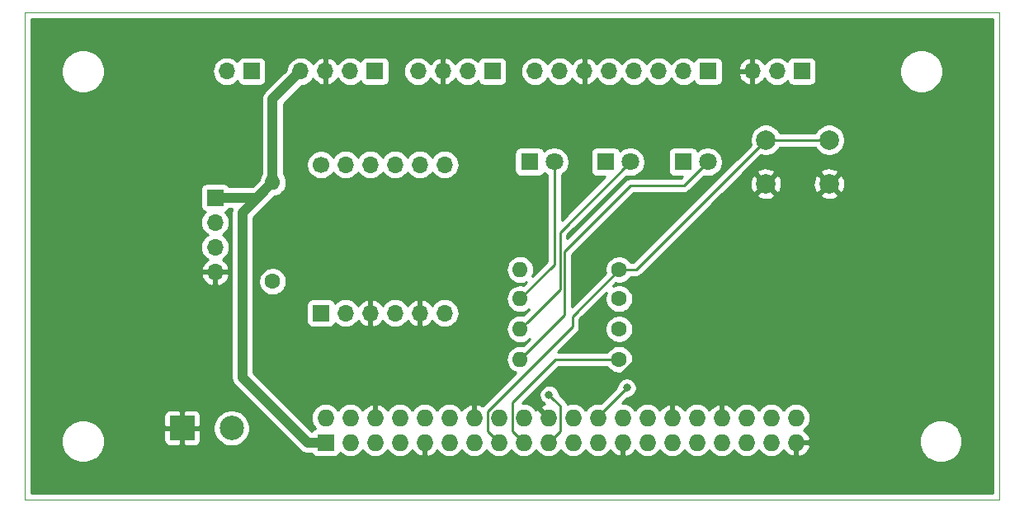
<source format=gbl>
%TF.GenerationSoftware,KiCad,Pcbnew,(5.1.2)-1*%
%TF.CreationDate,2019-07-30T19:12:15+02:00*%
%TF.ProjectId,F_rderband,46f67264-6572-4626-916e-642e6b696361,rev?*%
%TF.SameCoordinates,Original*%
%TF.FileFunction,Copper,L2,Bot*%
%TF.FilePolarity,Positive*%
%FSLAX46Y46*%
G04 Gerber Fmt 4.6, Leading zero omitted, Abs format (unit mm)*
G04 Created by KiCad (PCBNEW (5.1.2)-1) date 2019-07-30 19:12:15*
%MOMM*%
%LPD*%
G04 APERTURE LIST*
%ADD10C,0.050000*%
%ADD11C,2.500000*%
%ADD12R,2.500000X2.500000*%
%ADD13O,1.700000X1.700000*%
%ADD14R,1.700000X1.700000*%
%ADD15O,1.600000X1.600000*%
%ADD16C,1.600000*%
%ADD17C,1.700000*%
%ADD18C,2.000000*%
%ADD19C,1.800000*%
%ADD20R,1.800000X1.800000*%
%ADD21O,1.727200X1.727200*%
%ADD22R,1.727200X1.727200*%
%ADD23C,0.800000*%
%ADD24C,0.250000*%
%ADD25C,0.500000*%
%ADD26C,1.000000*%
%ADD27C,0.254000*%
G04 APERTURE END LIST*
D10*
X90000000Y-90000000D02*
X90000000Y-140000000D01*
X190000000Y-90000000D02*
X90000000Y-90000000D01*
X190000000Y-140000000D02*
X190000000Y-90000000D01*
X90000000Y-140000000D02*
X190000000Y-140000000D01*
D11*
X111240000Y-132650000D03*
D12*
X106160000Y-132650000D03*
D13*
X130370000Y-96000000D03*
X132910000Y-96000000D03*
X135450000Y-96000000D03*
D14*
X137990000Y-96000000D03*
D13*
X118320000Y-96000000D03*
X120860000Y-96000000D03*
X123400000Y-96000000D03*
D14*
X125940000Y-96000000D03*
D15*
X115450000Y-107440000D03*
D16*
X115450000Y-117600000D03*
D13*
X133100000Y-105610000D03*
X130560000Y-105610000D03*
X128020000Y-105610000D03*
X125480000Y-105610000D03*
X122940000Y-105610000D03*
D17*
X120400000Y-105610000D03*
D13*
X133100000Y-120850000D03*
X130560000Y-120850000D03*
X128020000Y-120850000D03*
X125480000Y-120850000D03*
X122940000Y-120850000D03*
D14*
X120400000Y-120850000D03*
D13*
X109550000Y-116620000D03*
X109550000Y-114080000D03*
X109550000Y-111540000D03*
D14*
X109550000Y-109000000D03*
D18*
X172550000Y-103070000D03*
X172550000Y-107570000D03*
X166050000Y-103070000D03*
X166050000Y-107570000D03*
D15*
X140840000Y-116370000D03*
D16*
X151000000Y-116370000D03*
D15*
X140840000Y-125590000D03*
D16*
X151000000Y-125590000D03*
D15*
X140840000Y-122480000D03*
D16*
X151000000Y-122480000D03*
D15*
X140840000Y-119380000D03*
D16*
X151000000Y-119380000D03*
D13*
X164650000Y-96000000D03*
X167190000Y-96000000D03*
D14*
X169730000Y-96000000D03*
D13*
X142360000Y-96000000D03*
X144900000Y-96000000D03*
X147440000Y-96000000D03*
X149980000Y-96000000D03*
X152520000Y-96000000D03*
X155060000Y-96000000D03*
X157600000Y-96000000D03*
D14*
X160140000Y-96000000D03*
D13*
X110750000Y-96000000D03*
D14*
X113290000Y-96000000D03*
D19*
X160090000Y-105320000D03*
D20*
X157550000Y-105320000D03*
D19*
X152140000Y-105320000D03*
D20*
X149600000Y-105320000D03*
D19*
X144340000Y-105320000D03*
D20*
X141800000Y-105320000D03*
D21*
X169150000Y-131600000D03*
X169150000Y-134140000D03*
X166610000Y-131600000D03*
X166610000Y-134140000D03*
X164070000Y-131600000D03*
X164070000Y-134140000D03*
X161530000Y-131600000D03*
X161530000Y-134140000D03*
X158990000Y-131600000D03*
X158990000Y-134140000D03*
X156450000Y-131600000D03*
X156450000Y-134140000D03*
X153910000Y-131600000D03*
X153910000Y-134140000D03*
X151370000Y-131600000D03*
X151370000Y-134140000D03*
X148830000Y-131600000D03*
X148830000Y-134140000D03*
X146290000Y-131600000D03*
X146290000Y-134140000D03*
X143750000Y-131600000D03*
X143750000Y-134140000D03*
X141210000Y-131600000D03*
X141210000Y-134140000D03*
X138670000Y-131600000D03*
X138670000Y-134140000D03*
X136130000Y-131600000D03*
X136130000Y-134140000D03*
X133590000Y-131600000D03*
X133590000Y-134140000D03*
X131050000Y-131600000D03*
X131050000Y-134140000D03*
X128510000Y-131600000D03*
X128510000Y-134140000D03*
X125970000Y-131600000D03*
X125970000Y-134140000D03*
X123430000Y-131600000D03*
X123430000Y-134140000D03*
X120890000Y-131600000D03*
D22*
X120890000Y-134140000D03*
D23*
X151790000Y-128520000D03*
X143810000Y-129236386D03*
D24*
X144340000Y-115880000D02*
X140840000Y-119380000D01*
X144340000Y-105320000D02*
X144340000Y-115880000D01*
X152140000Y-105320000D02*
X144919989Y-112540011D01*
X144919989Y-112540011D02*
X144919989Y-118400011D01*
X141639999Y-121680001D02*
X140840000Y-122480000D01*
X144919989Y-118400011D02*
X141639999Y-121680001D01*
X140840000Y-125590000D02*
X145370000Y-121060000D01*
X145370000Y-121060000D02*
X145370000Y-114530000D01*
X145370000Y-114530000D02*
X152160000Y-107740000D01*
X157670000Y-107740000D02*
X160090000Y-105320000D01*
X152160000Y-107740000D02*
X157670000Y-107740000D01*
X142150000Y-129530000D02*
X144650000Y-127030000D01*
X144650000Y-127030000D02*
X151225002Y-127030000D01*
D25*
X142150000Y-130000000D02*
X142150000Y-129910000D01*
X143750000Y-131600000D02*
X142150000Y-130000000D01*
D24*
X142150000Y-129910000D02*
X142150000Y-129530000D01*
X170860000Y-109260000D02*
X162070000Y-109260000D01*
X170860000Y-109260000D02*
X172550000Y-107570000D01*
X152952501Y-118377499D02*
X152952501Y-125302501D01*
X162070000Y-109260000D02*
X152952501Y-118377499D01*
X151225002Y-127030000D02*
X152952501Y-125302501D01*
X140021399Y-132951399D02*
X140021399Y-130048601D01*
X141210000Y-134140000D02*
X140021399Y-132951399D01*
X144480000Y-125590000D02*
X151000000Y-125590000D01*
X140021399Y-130048601D02*
X144480000Y-125590000D01*
D26*
X119026400Y-134140000D02*
X112350000Y-127463600D01*
X120890000Y-134140000D02*
X119026400Y-134140000D01*
X112350000Y-110540000D02*
X115450000Y-107440000D01*
X112350000Y-127463600D02*
X112350000Y-110540000D01*
X115450000Y-98870000D02*
X118320000Y-96000000D01*
X115450000Y-107440000D02*
X115450000Y-98870000D01*
X113890000Y-109000000D02*
X115450000Y-107440000D01*
X109550000Y-109000000D02*
X113890000Y-109000000D01*
D24*
X148830000Y-131480000D02*
X148830000Y-131600000D01*
X151790000Y-128520000D02*
X148830000Y-131480000D01*
X144938601Y-132951399D02*
X144938601Y-130364987D01*
X143750000Y-134140000D02*
X144938601Y-132951399D01*
X144209999Y-129636385D02*
X143810000Y-129236386D01*
X144938601Y-130364987D02*
X144209999Y-129636385D01*
X152750000Y-116370000D02*
X166050000Y-103070000D01*
X151000000Y-116370000D02*
X152750000Y-116370000D01*
X137481399Y-132951399D02*
X137481399Y-130968601D01*
X138670000Y-134140000D02*
X137481399Y-132951399D01*
X137481399Y-130968601D02*
X146190000Y-122260000D01*
X146190000Y-121180000D02*
X151000000Y-116370000D01*
X146190000Y-122260000D02*
X146190000Y-121180000D01*
X166050000Y-103070000D02*
X172550000Y-103070000D01*
D27*
G36*
X189340000Y-139340000D02*
G01*
X90660000Y-139340000D01*
X90660000Y-133779872D01*
X93765000Y-133779872D01*
X93765000Y-134220128D01*
X93850890Y-134651925D01*
X94019369Y-135058669D01*
X94263962Y-135424729D01*
X94575271Y-135736038D01*
X94941331Y-135980631D01*
X95348075Y-136149110D01*
X95779872Y-136235000D01*
X96220128Y-136235000D01*
X96651925Y-136149110D01*
X97058669Y-135980631D01*
X97424729Y-135736038D01*
X97736038Y-135424729D01*
X97980631Y-135058669D01*
X98149110Y-134651925D01*
X98235000Y-134220128D01*
X98235000Y-133900000D01*
X104271928Y-133900000D01*
X104284188Y-134024482D01*
X104320498Y-134144180D01*
X104379463Y-134254494D01*
X104458815Y-134351185D01*
X104555506Y-134430537D01*
X104665820Y-134489502D01*
X104785518Y-134525812D01*
X104910000Y-134538072D01*
X105874250Y-134535000D01*
X106033000Y-134376250D01*
X106033000Y-132777000D01*
X106287000Y-132777000D01*
X106287000Y-134376250D01*
X106445750Y-134535000D01*
X107410000Y-134538072D01*
X107534482Y-134525812D01*
X107654180Y-134489502D01*
X107764494Y-134430537D01*
X107861185Y-134351185D01*
X107940537Y-134254494D01*
X107999502Y-134144180D01*
X108035812Y-134024482D01*
X108048072Y-133900000D01*
X108045000Y-132935750D01*
X107886250Y-132777000D01*
X106287000Y-132777000D01*
X106033000Y-132777000D01*
X104433750Y-132777000D01*
X104275000Y-132935750D01*
X104271928Y-133900000D01*
X98235000Y-133900000D01*
X98235000Y-133779872D01*
X98149110Y-133348075D01*
X97980631Y-132941331D01*
X97736038Y-132575271D01*
X97424729Y-132263962D01*
X97058669Y-132019369D01*
X96651925Y-131850890D01*
X96220128Y-131765000D01*
X95779872Y-131765000D01*
X95348075Y-131850890D01*
X94941331Y-132019369D01*
X94575271Y-132263962D01*
X94263962Y-132575271D01*
X94019369Y-132941331D01*
X93850890Y-133348075D01*
X93765000Y-133779872D01*
X90660000Y-133779872D01*
X90660000Y-131400000D01*
X104271928Y-131400000D01*
X104275000Y-132364250D01*
X104433750Y-132523000D01*
X106033000Y-132523000D01*
X106033000Y-130923750D01*
X106287000Y-130923750D01*
X106287000Y-132523000D01*
X107886250Y-132523000D01*
X107944906Y-132464344D01*
X109355000Y-132464344D01*
X109355000Y-132835656D01*
X109427439Y-133199834D01*
X109569534Y-133542882D01*
X109775825Y-133851618D01*
X110038382Y-134114175D01*
X110347118Y-134320466D01*
X110690166Y-134462561D01*
X111054344Y-134535000D01*
X111425656Y-134535000D01*
X111789834Y-134462561D01*
X112132882Y-134320466D01*
X112441618Y-134114175D01*
X112704175Y-133851618D01*
X112910466Y-133542882D01*
X113052561Y-133199834D01*
X113125000Y-132835656D01*
X113125000Y-132464344D01*
X113052561Y-132100166D01*
X112910466Y-131757118D01*
X112704175Y-131448382D01*
X112441618Y-131185825D01*
X112132882Y-130979534D01*
X111789834Y-130837439D01*
X111425656Y-130765000D01*
X111054344Y-130765000D01*
X110690166Y-130837439D01*
X110347118Y-130979534D01*
X110038382Y-131185825D01*
X109775825Y-131448382D01*
X109569534Y-131757118D01*
X109427439Y-132100166D01*
X109355000Y-132464344D01*
X107944906Y-132464344D01*
X108045000Y-132364250D01*
X108048072Y-131400000D01*
X108035812Y-131275518D01*
X107999502Y-131155820D01*
X107940537Y-131045506D01*
X107861185Y-130948815D01*
X107764494Y-130869463D01*
X107654180Y-130810498D01*
X107534482Y-130774188D01*
X107410000Y-130761928D01*
X106445750Y-130765000D01*
X106287000Y-130923750D01*
X106033000Y-130923750D01*
X105874250Y-130765000D01*
X104910000Y-130761928D01*
X104785518Y-130774188D01*
X104665820Y-130810498D01*
X104555506Y-130869463D01*
X104458815Y-130948815D01*
X104379463Y-131045506D01*
X104320498Y-131155820D01*
X104284188Y-131275518D01*
X104271928Y-131400000D01*
X90660000Y-131400000D01*
X90660000Y-116976890D01*
X108108524Y-116976890D01*
X108153175Y-117124099D01*
X108278359Y-117386920D01*
X108452412Y-117620269D01*
X108668645Y-117815178D01*
X108918748Y-117964157D01*
X109193109Y-118061481D01*
X109423000Y-117940814D01*
X109423000Y-116747000D01*
X109677000Y-116747000D01*
X109677000Y-117940814D01*
X109906891Y-118061481D01*
X110181252Y-117964157D01*
X110431355Y-117815178D01*
X110647588Y-117620269D01*
X110821641Y-117386920D01*
X110946825Y-117124099D01*
X110991476Y-116976890D01*
X110870155Y-116747000D01*
X109677000Y-116747000D01*
X109423000Y-116747000D01*
X108229845Y-116747000D01*
X108108524Y-116976890D01*
X90660000Y-116976890D01*
X90660000Y-111540000D01*
X108057815Y-111540000D01*
X108086487Y-111831111D01*
X108171401Y-112111034D01*
X108309294Y-112369014D01*
X108494866Y-112595134D01*
X108720986Y-112780706D01*
X108775791Y-112810000D01*
X108720986Y-112839294D01*
X108494866Y-113024866D01*
X108309294Y-113250986D01*
X108171401Y-113508966D01*
X108086487Y-113788889D01*
X108057815Y-114080000D01*
X108086487Y-114371111D01*
X108171401Y-114651034D01*
X108309294Y-114909014D01*
X108494866Y-115135134D01*
X108720986Y-115320706D01*
X108785523Y-115355201D01*
X108668645Y-115424822D01*
X108452412Y-115619731D01*
X108278359Y-115853080D01*
X108153175Y-116115901D01*
X108108524Y-116263110D01*
X108229845Y-116493000D01*
X109423000Y-116493000D01*
X109423000Y-116473000D01*
X109677000Y-116473000D01*
X109677000Y-116493000D01*
X110870155Y-116493000D01*
X110991476Y-116263110D01*
X110946825Y-116115901D01*
X110821641Y-115853080D01*
X110647588Y-115619731D01*
X110431355Y-115424822D01*
X110314477Y-115355201D01*
X110379014Y-115320706D01*
X110605134Y-115135134D01*
X110790706Y-114909014D01*
X110928599Y-114651034D01*
X111013513Y-114371111D01*
X111042185Y-114080000D01*
X111013513Y-113788889D01*
X110928599Y-113508966D01*
X110790706Y-113250986D01*
X110605134Y-113024866D01*
X110379014Y-112839294D01*
X110324209Y-112810000D01*
X110379014Y-112780706D01*
X110605134Y-112595134D01*
X110790706Y-112369014D01*
X110928599Y-112111034D01*
X111013513Y-111831111D01*
X111042185Y-111540000D01*
X111013513Y-111248889D01*
X110928599Y-110968966D01*
X110790706Y-110710986D01*
X110605134Y-110484866D01*
X110575313Y-110460393D01*
X110644180Y-110439502D01*
X110754494Y-110380537D01*
X110851185Y-110301185D01*
X110930537Y-110204494D01*
X110967683Y-110135000D01*
X111286785Y-110135000D01*
X111231423Y-110317502D01*
X111209509Y-110540000D01*
X111215001Y-110595762D01*
X111215000Y-127407849D01*
X111209509Y-127463600D01*
X111215000Y-127519351D01*
X111231423Y-127686098D01*
X111296324Y-127900046D01*
X111401716Y-128097223D01*
X111543551Y-128270049D01*
X111586865Y-128305596D01*
X118184409Y-134903141D01*
X118219951Y-134946449D01*
X118392777Y-135088284D01*
X118589953Y-135193676D01*
X118803901Y-135258577D01*
X118970648Y-135275000D01*
X118970657Y-135275000D01*
X119026399Y-135280490D01*
X119082141Y-135275000D01*
X119451448Y-135275000D01*
X119495863Y-135358094D01*
X119575215Y-135454785D01*
X119671906Y-135534137D01*
X119782220Y-135593102D01*
X119901918Y-135629412D01*
X120026400Y-135641672D01*
X121753600Y-135641672D01*
X121878082Y-135629412D01*
X121997780Y-135593102D01*
X122108094Y-135534137D01*
X122204785Y-135454785D01*
X122284137Y-135358094D01*
X122343102Y-135247780D01*
X122358586Y-135196735D01*
X122365203Y-135204797D01*
X122593394Y-135392069D01*
X122853736Y-135531225D01*
X123136223Y-135616916D01*
X123356381Y-135638600D01*
X123503619Y-135638600D01*
X123723777Y-135616916D01*
X124006264Y-135531225D01*
X124266606Y-135392069D01*
X124494797Y-135204797D01*
X124682069Y-134976606D01*
X124700000Y-134943060D01*
X124717931Y-134976606D01*
X124905203Y-135204797D01*
X125133394Y-135392069D01*
X125393736Y-135531225D01*
X125676223Y-135616916D01*
X125896381Y-135638600D01*
X126043619Y-135638600D01*
X126263777Y-135616916D01*
X126546264Y-135531225D01*
X126806606Y-135392069D01*
X127034797Y-135204797D01*
X127222069Y-134976606D01*
X127240000Y-134943060D01*
X127257931Y-134976606D01*
X127445203Y-135204797D01*
X127673394Y-135392069D01*
X127933736Y-135531225D01*
X128216223Y-135616916D01*
X128436381Y-135638600D01*
X128583619Y-135638600D01*
X128803777Y-135616916D01*
X129086264Y-135531225D01*
X129346606Y-135392069D01*
X129574797Y-135204797D01*
X129762069Y-134976606D01*
X129785863Y-134932090D01*
X129843183Y-135028488D01*
X130039707Y-135246854D01*
X130275056Y-135422684D01*
X130540186Y-135549222D01*
X130690974Y-135594958D01*
X130923000Y-135473817D01*
X130923000Y-134267000D01*
X130903000Y-134267000D01*
X130903000Y-134013000D01*
X130923000Y-134013000D01*
X130923000Y-133993000D01*
X131177000Y-133993000D01*
X131177000Y-134013000D01*
X131197000Y-134013000D01*
X131197000Y-134267000D01*
X131177000Y-134267000D01*
X131177000Y-135473817D01*
X131409026Y-135594958D01*
X131559814Y-135549222D01*
X131824944Y-135422684D01*
X132060293Y-135246854D01*
X132256817Y-135028488D01*
X132314137Y-134932090D01*
X132337931Y-134976606D01*
X132525203Y-135204797D01*
X132753394Y-135392069D01*
X133013736Y-135531225D01*
X133296223Y-135616916D01*
X133516381Y-135638600D01*
X133663619Y-135638600D01*
X133883777Y-135616916D01*
X134166264Y-135531225D01*
X134426606Y-135392069D01*
X134654797Y-135204797D01*
X134842069Y-134976606D01*
X134860000Y-134943060D01*
X134877931Y-134976606D01*
X135065203Y-135204797D01*
X135293394Y-135392069D01*
X135553736Y-135531225D01*
X135836223Y-135616916D01*
X136056381Y-135638600D01*
X136203619Y-135638600D01*
X136423777Y-135616916D01*
X136706264Y-135531225D01*
X136966606Y-135392069D01*
X137194797Y-135204797D01*
X137382069Y-134976606D01*
X137400000Y-134943060D01*
X137417931Y-134976606D01*
X137605203Y-135204797D01*
X137833394Y-135392069D01*
X138093736Y-135531225D01*
X138376223Y-135616916D01*
X138596381Y-135638600D01*
X138743619Y-135638600D01*
X138963777Y-135616916D01*
X139246264Y-135531225D01*
X139506606Y-135392069D01*
X139734797Y-135204797D01*
X139922069Y-134976606D01*
X139940000Y-134943060D01*
X139957931Y-134976606D01*
X140145203Y-135204797D01*
X140373394Y-135392069D01*
X140633736Y-135531225D01*
X140916223Y-135616916D01*
X141136381Y-135638600D01*
X141283619Y-135638600D01*
X141503777Y-135616916D01*
X141786264Y-135531225D01*
X142046606Y-135392069D01*
X142274797Y-135204797D01*
X142462069Y-134976606D01*
X142480000Y-134943060D01*
X142497931Y-134976606D01*
X142685203Y-135204797D01*
X142913394Y-135392069D01*
X143173736Y-135531225D01*
X143456223Y-135616916D01*
X143676381Y-135638600D01*
X143823619Y-135638600D01*
X144043777Y-135616916D01*
X144326264Y-135531225D01*
X144586606Y-135392069D01*
X144814797Y-135204797D01*
X145002069Y-134976606D01*
X145020000Y-134943060D01*
X145037931Y-134976606D01*
X145225203Y-135204797D01*
X145453394Y-135392069D01*
X145713736Y-135531225D01*
X145996223Y-135616916D01*
X146216381Y-135638600D01*
X146363619Y-135638600D01*
X146583777Y-135616916D01*
X146866264Y-135531225D01*
X147126606Y-135392069D01*
X147354797Y-135204797D01*
X147542069Y-134976606D01*
X147560000Y-134943060D01*
X147577931Y-134976606D01*
X147765203Y-135204797D01*
X147993394Y-135392069D01*
X148253736Y-135531225D01*
X148536223Y-135616916D01*
X148756381Y-135638600D01*
X148903619Y-135638600D01*
X149123777Y-135616916D01*
X149406264Y-135531225D01*
X149666606Y-135392069D01*
X149894797Y-135204797D01*
X150082069Y-134976606D01*
X150105863Y-134932090D01*
X150163183Y-135028488D01*
X150359707Y-135246854D01*
X150595056Y-135422684D01*
X150860186Y-135549222D01*
X151010974Y-135594958D01*
X151243000Y-135473817D01*
X151243000Y-134267000D01*
X151223000Y-134267000D01*
X151223000Y-134013000D01*
X151243000Y-134013000D01*
X151243000Y-133993000D01*
X151497000Y-133993000D01*
X151497000Y-134013000D01*
X151517000Y-134013000D01*
X151517000Y-134267000D01*
X151497000Y-134267000D01*
X151497000Y-135473817D01*
X151729026Y-135594958D01*
X151879814Y-135549222D01*
X152144944Y-135422684D01*
X152380293Y-135246854D01*
X152576817Y-135028488D01*
X152634137Y-134932090D01*
X152657931Y-134976606D01*
X152845203Y-135204797D01*
X153073394Y-135392069D01*
X153333736Y-135531225D01*
X153616223Y-135616916D01*
X153836381Y-135638600D01*
X153983619Y-135638600D01*
X154203777Y-135616916D01*
X154486264Y-135531225D01*
X154746606Y-135392069D01*
X154974797Y-135204797D01*
X155162069Y-134976606D01*
X155180000Y-134943060D01*
X155197931Y-134976606D01*
X155385203Y-135204797D01*
X155613394Y-135392069D01*
X155873736Y-135531225D01*
X156156223Y-135616916D01*
X156376381Y-135638600D01*
X156523619Y-135638600D01*
X156743777Y-135616916D01*
X157026264Y-135531225D01*
X157286606Y-135392069D01*
X157514797Y-135204797D01*
X157702069Y-134976606D01*
X157720000Y-134943060D01*
X157737931Y-134976606D01*
X157925203Y-135204797D01*
X158153394Y-135392069D01*
X158413736Y-135531225D01*
X158696223Y-135616916D01*
X158916381Y-135638600D01*
X159063619Y-135638600D01*
X159283777Y-135616916D01*
X159566264Y-135531225D01*
X159826606Y-135392069D01*
X160054797Y-135204797D01*
X160242069Y-134976606D01*
X160260000Y-134943060D01*
X160277931Y-134976606D01*
X160465203Y-135204797D01*
X160693394Y-135392069D01*
X160953736Y-135531225D01*
X161236223Y-135616916D01*
X161456381Y-135638600D01*
X161603619Y-135638600D01*
X161823777Y-135616916D01*
X162106264Y-135531225D01*
X162366606Y-135392069D01*
X162594797Y-135204797D01*
X162782069Y-134976606D01*
X162800000Y-134943060D01*
X162817931Y-134976606D01*
X163005203Y-135204797D01*
X163233394Y-135392069D01*
X163493736Y-135531225D01*
X163776223Y-135616916D01*
X163996381Y-135638600D01*
X164143619Y-135638600D01*
X164363777Y-135616916D01*
X164646264Y-135531225D01*
X164906606Y-135392069D01*
X165134797Y-135204797D01*
X165322069Y-134976606D01*
X165340000Y-134943060D01*
X165357931Y-134976606D01*
X165545203Y-135204797D01*
X165773394Y-135392069D01*
X166033736Y-135531225D01*
X166316223Y-135616916D01*
X166536381Y-135638600D01*
X166683619Y-135638600D01*
X166903777Y-135616916D01*
X167186264Y-135531225D01*
X167446606Y-135392069D01*
X167674797Y-135204797D01*
X167862069Y-134976606D01*
X167885863Y-134932090D01*
X167943183Y-135028488D01*
X168139707Y-135246854D01*
X168375056Y-135422684D01*
X168640186Y-135549222D01*
X168790974Y-135594958D01*
X169023000Y-135473817D01*
X169023000Y-134267000D01*
X169277000Y-134267000D01*
X169277000Y-135473817D01*
X169509026Y-135594958D01*
X169659814Y-135549222D01*
X169924944Y-135422684D01*
X170160293Y-135246854D01*
X170356817Y-135028488D01*
X170506964Y-134775978D01*
X170604963Y-134499027D01*
X170484464Y-134267000D01*
X169277000Y-134267000D01*
X169023000Y-134267000D01*
X169003000Y-134267000D01*
X169003000Y-134013000D01*
X169023000Y-134013000D01*
X169023000Y-133993000D01*
X169277000Y-133993000D01*
X169277000Y-134013000D01*
X170484464Y-134013000D01*
X170604963Y-133780973D01*
X170604574Y-133779872D01*
X181765000Y-133779872D01*
X181765000Y-134220128D01*
X181850890Y-134651925D01*
X182019369Y-135058669D01*
X182263962Y-135424729D01*
X182575271Y-135736038D01*
X182941331Y-135980631D01*
X183348075Y-136149110D01*
X183779872Y-136235000D01*
X184220128Y-136235000D01*
X184651925Y-136149110D01*
X185058669Y-135980631D01*
X185424729Y-135736038D01*
X185736038Y-135424729D01*
X185980631Y-135058669D01*
X186149110Y-134651925D01*
X186235000Y-134220128D01*
X186235000Y-133779872D01*
X186149110Y-133348075D01*
X185980631Y-132941331D01*
X185736038Y-132575271D01*
X185424729Y-132263962D01*
X185058669Y-132019369D01*
X184651925Y-131850890D01*
X184220128Y-131765000D01*
X183779872Y-131765000D01*
X183348075Y-131850890D01*
X182941331Y-132019369D01*
X182575271Y-132263962D01*
X182263962Y-132575271D01*
X182019369Y-132941331D01*
X181850890Y-133348075D01*
X181765000Y-133779872D01*
X170604574Y-133779872D01*
X170506964Y-133504022D01*
X170356817Y-133251512D01*
X170160293Y-133033146D01*
X169946567Y-132873470D01*
X169986606Y-132852069D01*
X170214797Y-132664797D01*
X170402069Y-132436606D01*
X170541225Y-132176264D01*
X170626916Y-131893777D01*
X170655851Y-131600000D01*
X170626916Y-131306223D01*
X170541225Y-131023736D01*
X170402069Y-130763394D01*
X170214797Y-130535203D01*
X169986606Y-130347931D01*
X169726264Y-130208775D01*
X169443777Y-130123084D01*
X169223619Y-130101400D01*
X169076381Y-130101400D01*
X168856223Y-130123084D01*
X168573736Y-130208775D01*
X168313394Y-130347931D01*
X168085203Y-130535203D01*
X167897931Y-130763394D01*
X167880000Y-130796940D01*
X167862069Y-130763394D01*
X167674797Y-130535203D01*
X167446606Y-130347931D01*
X167186264Y-130208775D01*
X166903777Y-130123084D01*
X166683619Y-130101400D01*
X166536381Y-130101400D01*
X166316223Y-130123084D01*
X166033736Y-130208775D01*
X165773394Y-130347931D01*
X165545203Y-130535203D01*
X165357931Y-130763394D01*
X165340000Y-130796940D01*
X165322069Y-130763394D01*
X165134797Y-130535203D01*
X164906606Y-130347931D01*
X164646264Y-130208775D01*
X164363777Y-130123084D01*
X164143619Y-130101400D01*
X163996381Y-130101400D01*
X163776223Y-130123084D01*
X163493736Y-130208775D01*
X163233394Y-130347931D01*
X163005203Y-130535203D01*
X162817931Y-130763394D01*
X162794137Y-130807910D01*
X162736817Y-130711512D01*
X162540293Y-130493146D01*
X162304944Y-130317316D01*
X162039814Y-130190778D01*
X161889026Y-130145042D01*
X161657000Y-130266183D01*
X161657000Y-131473000D01*
X161677000Y-131473000D01*
X161677000Y-131727000D01*
X161657000Y-131727000D01*
X161657000Y-131747000D01*
X161403000Y-131747000D01*
X161403000Y-131727000D01*
X161383000Y-131727000D01*
X161383000Y-131473000D01*
X161403000Y-131473000D01*
X161403000Y-130266183D01*
X161170974Y-130145042D01*
X161020186Y-130190778D01*
X160755056Y-130317316D01*
X160519707Y-130493146D01*
X160323183Y-130711512D01*
X160265863Y-130807910D01*
X160242069Y-130763394D01*
X160054797Y-130535203D01*
X159826606Y-130347931D01*
X159566264Y-130208775D01*
X159283777Y-130123084D01*
X159063619Y-130101400D01*
X158916381Y-130101400D01*
X158696223Y-130123084D01*
X158413736Y-130208775D01*
X158153394Y-130347931D01*
X157925203Y-130535203D01*
X157737931Y-130763394D01*
X157714137Y-130807910D01*
X157656817Y-130711512D01*
X157460293Y-130493146D01*
X157224944Y-130317316D01*
X156959814Y-130190778D01*
X156809026Y-130145042D01*
X156577000Y-130266183D01*
X156577000Y-131473000D01*
X156597000Y-131473000D01*
X156597000Y-131727000D01*
X156577000Y-131727000D01*
X156577000Y-131747000D01*
X156323000Y-131747000D01*
X156323000Y-131727000D01*
X156303000Y-131727000D01*
X156303000Y-131473000D01*
X156323000Y-131473000D01*
X156323000Y-130266183D01*
X156090974Y-130145042D01*
X155940186Y-130190778D01*
X155675056Y-130317316D01*
X155439707Y-130493146D01*
X155243183Y-130711512D01*
X155185863Y-130807910D01*
X155162069Y-130763394D01*
X154974797Y-130535203D01*
X154746606Y-130347931D01*
X154486264Y-130208775D01*
X154203777Y-130123084D01*
X153983619Y-130101400D01*
X153836381Y-130101400D01*
X153616223Y-130123084D01*
X153333736Y-130208775D01*
X153073394Y-130347931D01*
X152845203Y-130535203D01*
X152657931Y-130763394D01*
X152640000Y-130796940D01*
X152622069Y-130763394D01*
X152434797Y-130535203D01*
X152206606Y-130347931D01*
X151946264Y-130208775D01*
X151663777Y-130123084D01*
X151443619Y-130101400D01*
X151296381Y-130101400D01*
X151281984Y-130102818D01*
X151829802Y-129555000D01*
X151891939Y-129555000D01*
X152091898Y-129515226D01*
X152280256Y-129437205D01*
X152449774Y-129323937D01*
X152593937Y-129179774D01*
X152707205Y-129010256D01*
X152785226Y-128821898D01*
X152825000Y-128621939D01*
X152825000Y-128418061D01*
X152785226Y-128218102D01*
X152707205Y-128029744D01*
X152593937Y-127860226D01*
X152449774Y-127716063D01*
X152280256Y-127602795D01*
X152091898Y-127524774D01*
X151891939Y-127485000D01*
X151688061Y-127485000D01*
X151488102Y-127524774D01*
X151299744Y-127602795D01*
X151130226Y-127716063D01*
X150986063Y-127860226D01*
X150872795Y-128029744D01*
X150794774Y-128218102D01*
X150755000Y-128418061D01*
X150755000Y-128480198D01*
X149113160Y-130122038D01*
X148903619Y-130101400D01*
X148756381Y-130101400D01*
X148536223Y-130123084D01*
X148253736Y-130208775D01*
X147993394Y-130347931D01*
X147765203Y-130535203D01*
X147577931Y-130763394D01*
X147560000Y-130796940D01*
X147542069Y-130763394D01*
X147354797Y-130535203D01*
X147126606Y-130347931D01*
X146866264Y-130208775D01*
X146583777Y-130123084D01*
X146363619Y-130101400D01*
X146216381Y-130101400D01*
X145996223Y-130123084D01*
X145713736Y-130208775D01*
X145688235Y-130222406D01*
X145687604Y-130216001D01*
X145644147Y-130072740D01*
X145573575Y-129940711D01*
X145478602Y-129824986D01*
X145449603Y-129801188D01*
X144845000Y-129196585D01*
X144845000Y-129134447D01*
X144805226Y-128934488D01*
X144727205Y-128746130D01*
X144613937Y-128576612D01*
X144469774Y-128432449D01*
X144300256Y-128319181D01*
X144111898Y-128241160D01*
X143911939Y-128201386D01*
X143708061Y-128201386D01*
X143508102Y-128241160D01*
X143319744Y-128319181D01*
X143150226Y-128432449D01*
X143006063Y-128576612D01*
X142892795Y-128746130D01*
X142814774Y-128934488D01*
X142775000Y-129134447D01*
X142775000Y-129338325D01*
X142814774Y-129538284D01*
X142892795Y-129726642D01*
X143006063Y-129896160D01*
X143150226Y-130040323D01*
X143319744Y-130153591D01*
X143337940Y-130161128D01*
X143240186Y-130190778D01*
X142975056Y-130317316D01*
X142739707Y-130493146D01*
X142543183Y-130711512D01*
X142485863Y-130807910D01*
X142462069Y-130763394D01*
X142274797Y-130535203D01*
X142046606Y-130347931D01*
X141786264Y-130208775D01*
X141503777Y-130123084D01*
X141283619Y-130101400D01*
X141136381Y-130101400D01*
X141033243Y-130111558D01*
X144794802Y-126350000D01*
X149781957Y-126350000D01*
X149885363Y-126504759D01*
X150085241Y-126704637D01*
X150320273Y-126861680D01*
X150581426Y-126969853D01*
X150858665Y-127025000D01*
X151141335Y-127025000D01*
X151418574Y-126969853D01*
X151679727Y-126861680D01*
X151914759Y-126704637D01*
X152114637Y-126504759D01*
X152271680Y-126269727D01*
X152379853Y-126008574D01*
X152435000Y-125731335D01*
X152435000Y-125448665D01*
X152379853Y-125171426D01*
X152271680Y-124910273D01*
X152114637Y-124675241D01*
X151914759Y-124475363D01*
X151679727Y-124318320D01*
X151418574Y-124210147D01*
X151141335Y-124155000D01*
X150858665Y-124155000D01*
X150581426Y-124210147D01*
X150320273Y-124318320D01*
X150085241Y-124475363D01*
X149885363Y-124675241D01*
X149781957Y-124830000D01*
X144694802Y-124830000D01*
X146701004Y-122823798D01*
X146730001Y-122800001D01*
X146824974Y-122684276D01*
X146895546Y-122552247D01*
X146939003Y-122408986D01*
X146945929Y-122338665D01*
X149565000Y-122338665D01*
X149565000Y-122621335D01*
X149620147Y-122898574D01*
X149728320Y-123159727D01*
X149885363Y-123394759D01*
X150085241Y-123594637D01*
X150320273Y-123751680D01*
X150581426Y-123859853D01*
X150858665Y-123915000D01*
X151141335Y-123915000D01*
X151418574Y-123859853D01*
X151679727Y-123751680D01*
X151914759Y-123594637D01*
X152114637Y-123394759D01*
X152271680Y-123159727D01*
X152379853Y-122898574D01*
X152435000Y-122621335D01*
X152435000Y-122338665D01*
X152379853Y-122061426D01*
X152271680Y-121800273D01*
X152114637Y-121565241D01*
X151914759Y-121365363D01*
X151679727Y-121208320D01*
X151418574Y-121100147D01*
X151141335Y-121045000D01*
X150858665Y-121045000D01*
X150581426Y-121100147D01*
X150320273Y-121208320D01*
X150085241Y-121365363D01*
X149885363Y-121565241D01*
X149728320Y-121800273D01*
X149620147Y-122061426D01*
X149565000Y-122338665D01*
X146945929Y-122338665D01*
X146950000Y-122297333D01*
X146950000Y-122297325D01*
X146953676Y-122260000D01*
X146950000Y-122222675D01*
X146950000Y-121494801D01*
X149716859Y-118727943D01*
X149620147Y-118961426D01*
X149565000Y-119238665D01*
X149565000Y-119521335D01*
X149620147Y-119798574D01*
X149728320Y-120059727D01*
X149885363Y-120294759D01*
X150085241Y-120494637D01*
X150320273Y-120651680D01*
X150581426Y-120759853D01*
X150858665Y-120815000D01*
X151141335Y-120815000D01*
X151418574Y-120759853D01*
X151679727Y-120651680D01*
X151914759Y-120494637D01*
X152114637Y-120294759D01*
X152271680Y-120059727D01*
X152379853Y-119798574D01*
X152435000Y-119521335D01*
X152435000Y-119238665D01*
X152379853Y-118961426D01*
X152271680Y-118700273D01*
X152114637Y-118465241D01*
X151914759Y-118265363D01*
X151679727Y-118108320D01*
X151418574Y-118000147D01*
X151141335Y-117945000D01*
X150858665Y-117945000D01*
X150581426Y-118000147D01*
X150347943Y-118096859D01*
X150676114Y-117768688D01*
X150858665Y-117805000D01*
X151141335Y-117805000D01*
X151418574Y-117749853D01*
X151679727Y-117641680D01*
X151914759Y-117484637D01*
X152114637Y-117284759D01*
X152218043Y-117130000D01*
X152712678Y-117130000D01*
X152750000Y-117133676D01*
X152787322Y-117130000D01*
X152787333Y-117130000D01*
X152898986Y-117119003D01*
X153042247Y-117075546D01*
X153174276Y-117004974D01*
X153290001Y-116910001D01*
X153313804Y-116880997D01*
X161489388Y-108705413D01*
X165094192Y-108705413D01*
X165189956Y-108969814D01*
X165479571Y-109110704D01*
X165791108Y-109192384D01*
X166112595Y-109211718D01*
X166431675Y-109167961D01*
X166736088Y-109062795D01*
X166910044Y-108969814D01*
X167005808Y-108705413D01*
X171594192Y-108705413D01*
X171689956Y-108969814D01*
X171979571Y-109110704D01*
X172291108Y-109192384D01*
X172612595Y-109211718D01*
X172931675Y-109167961D01*
X173236088Y-109062795D01*
X173410044Y-108969814D01*
X173505808Y-108705413D01*
X172550000Y-107749605D01*
X171594192Y-108705413D01*
X167005808Y-108705413D01*
X166050000Y-107749605D01*
X165094192Y-108705413D01*
X161489388Y-108705413D01*
X162562206Y-107632595D01*
X164408282Y-107632595D01*
X164452039Y-107951675D01*
X164557205Y-108256088D01*
X164650186Y-108430044D01*
X164914587Y-108525808D01*
X165870395Y-107570000D01*
X166229605Y-107570000D01*
X167185413Y-108525808D01*
X167449814Y-108430044D01*
X167590704Y-108140429D01*
X167672384Y-107828892D01*
X167684189Y-107632595D01*
X170908282Y-107632595D01*
X170952039Y-107951675D01*
X171057205Y-108256088D01*
X171150186Y-108430044D01*
X171414587Y-108525808D01*
X172370395Y-107570000D01*
X172729605Y-107570000D01*
X173685413Y-108525808D01*
X173949814Y-108430044D01*
X174090704Y-108140429D01*
X174172384Y-107828892D01*
X174191718Y-107507405D01*
X174147961Y-107188325D01*
X174042795Y-106883912D01*
X173949814Y-106709956D01*
X173685413Y-106614192D01*
X172729605Y-107570000D01*
X172370395Y-107570000D01*
X171414587Y-106614192D01*
X171150186Y-106709956D01*
X171009296Y-106999571D01*
X170927616Y-107311108D01*
X170908282Y-107632595D01*
X167684189Y-107632595D01*
X167691718Y-107507405D01*
X167647961Y-107188325D01*
X167542795Y-106883912D01*
X167449814Y-106709956D01*
X167185413Y-106614192D01*
X166229605Y-107570000D01*
X165870395Y-107570000D01*
X164914587Y-106614192D01*
X164650186Y-106709956D01*
X164509296Y-106999571D01*
X164427616Y-107311108D01*
X164408282Y-107632595D01*
X162562206Y-107632595D01*
X163760214Y-106434587D01*
X165094192Y-106434587D01*
X166050000Y-107390395D01*
X167005808Y-106434587D01*
X171594192Y-106434587D01*
X172550000Y-107390395D01*
X173505808Y-106434587D01*
X173410044Y-106170186D01*
X173120429Y-106029296D01*
X172808892Y-105947616D01*
X172487405Y-105928282D01*
X172168325Y-105972039D01*
X171863912Y-106077205D01*
X171689956Y-106170186D01*
X171594192Y-106434587D01*
X167005808Y-106434587D01*
X166910044Y-106170186D01*
X166620429Y-106029296D01*
X166308892Y-105947616D01*
X165987405Y-105928282D01*
X165668325Y-105972039D01*
X165363912Y-106077205D01*
X165189956Y-106170186D01*
X165094192Y-106434587D01*
X163760214Y-106434587D01*
X165558625Y-104636177D01*
X165573088Y-104642168D01*
X165888967Y-104705000D01*
X166211033Y-104705000D01*
X166526912Y-104642168D01*
X166824463Y-104518918D01*
X167092252Y-104339987D01*
X167319987Y-104112252D01*
X167498918Y-103844463D01*
X167504909Y-103830000D01*
X171095091Y-103830000D01*
X171101082Y-103844463D01*
X171280013Y-104112252D01*
X171507748Y-104339987D01*
X171775537Y-104518918D01*
X172073088Y-104642168D01*
X172388967Y-104705000D01*
X172711033Y-104705000D01*
X173026912Y-104642168D01*
X173324463Y-104518918D01*
X173592252Y-104339987D01*
X173819987Y-104112252D01*
X173998918Y-103844463D01*
X174122168Y-103546912D01*
X174185000Y-103231033D01*
X174185000Y-102908967D01*
X174122168Y-102593088D01*
X173998918Y-102295537D01*
X173819987Y-102027748D01*
X173592252Y-101800013D01*
X173324463Y-101621082D01*
X173026912Y-101497832D01*
X172711033Y-101435000D01*
X172388967Y-101435000D01*
X172073088Y-101497832D01*
X171775537Y-101621082D01*
X171507748Y-101800013D01*
X171280013Y-102027748D01*
X171101082Y-102295537D01*
X171095091Y-102310000D01*
X167504909Y-102310000D01*
X167498918Y-102295537D01*
X167319987Y-102027748D01*
X167092252Y-101800013D01*
X166824463Y-101621082D01*
X166526912Y-101497832D01*
X166211033Y-101435000D01*
X165888967Y-101435000D01*
X165573088Y-101497832D01*
X165275537Y-101621082D01*
X165007748Y-101800013D01*
X164780013Y-102027748D01*
X164601082Y-102295537D01*
X164477832Y-102593088D01*
X164415000Y-102908967D01*
X164415000Y-103231033D01*
X164477832Y-103546912D01*
X164483823Y-103561375D01*
X152435199Y-115610000D01*
X152218043Y-115610000D01*
X152114637Y-115455241D01*
X151914759Y-115255363D01*
X151679727Y-115098320D01*
X151418574Y-114990147D01*
X151141335Y-114935000D01*
X150858665Y-114935000D01*
X150581426Y-114990147D01*
X150320273Y-115098320D01*
X150085241Y-115255363D01*
X149885363Y-115455241D01*
X149728320Y-115690273D01*
X149620147Y-115951426D01*
X149565000Y-116228665D01*
X149565000Y-116511335D01*
X149601312Y-116693886D01*
X146130000Y-120165199D01*
X146130000Y-114844801D01*
X152474802Y-108500000D01*
X157632678Y-108500000D01*
X157670000Y-108503676D01*
X157707322Y-108500000D01*
X157707333Y-108500000D01*
X157818986Y-108489003D01*
X157962247Y-108445546D01*
X158094276Y-108374974D01*
X158210001Y-108280001D01*
X158233804Y-108250997D01*
X159681070Y-106803731D01*
X159938816Y-106855000D01*
X160241184Y-106855000D01*
X160537743Y-106796011D01*
X160817095Y-106680299D01*
X161068505Y-106512312D01*
X161282312Y-106298505D01*
X161450299Y-106047095D01*
X161566011Y-105767743D01*
X161625000Y-105471184D01*
X161625000Y-105168816D01*
X161566011Y-104872257D01*
X161450299Y-104592905D01*
X161282312Y-104341495D01*
X161068505Y-104127688D01*
X160817095Y-103959701D01*
X160537743Y-103843989D01*
X160241184Y-103785000D01*
X159938816Y-103785000D01*
X159642257Y-103843989D01*
X159362905Y-103959701D01*
X159111495Y-104127688D01*
X159045056Y-104194127D01*
X159039502Y-104175820D01*
X158980537Y-104065506D01*
X158901185Y-103968815D01*
X158804494Y-103889463D01*
X158694180Y-103830498D01*
X158574482Y-103794188D01*
X158450000Y-103781928D01*
X156650000Y-103781928D01*
X156525518Y-103794188D01*
X156405820Y-103830498D01*
X156295506Y-103889463D01*
X156198815Y-103968815D01*
X156119463Y-104065506D01*
X156060498Y-104175820D01*
X156024188Y-104295518D01*
X156011928Y-104420000D01*
X156011928Y-106220000D01*
X156024188Y-106344482D01*
X156060498Y-106464180D01*
X156119463Y-106574494D01*
X156198815Y-106671185D01*
X156295506Y-106750537D01*
X156405820Y-106809502D01*
X156525518Y-106845812D01*
X156650000Y-106858072D01*
X157477127Y-106858072D01*
X157355199Y-106980000D01*
X152197322Y-106980000D01*
X152159999Y-106976324D01*
X152122676Y-106980000D01*
X152122667Y-106980000D01*
X152011014Y-106990997D01*
X151867753Y-107034454D01*
X151735723Y-107105026D01*
X151670333Y-107158691D01*
X151619999Y-107199999D01*
X151596201Y-107228997D01*
X145679989Y-113145210D01*
X145679989Y-112854812D01*
X151731071Y-106803732D01*
X151988816Y-106855000D01*
X152291184Y-106855000D01*
X152587743Y-106796011D01*
X152867095Y-106680299D01*
X153118505Y-106512312D01*
X153332312Y-106298505D01*
X153500299Y-106047095D01*
X153616011Y-105767743D01*
X153675000Y-105471184D01*
X153675000Y-105168816D01*
X153616011Y-104872257D01*
X153500299Y-104592905D01*
X153332312Y-104341495D01*
X153118505Y-104127688D01*
X152867095Y-103959701D01*
X152587743Y-103843989D01*
X152291184Y-103785000D01*
X151988816Y-103785000D01*
X151692257Y-103843989D01*
X151412905Y-103959701D01*
X151161495Y-104127688D01*
X151095056Y-104194127D01*
X151089502Y-104175820D01*
X151030537Y-104065506D01*
X150951185Y-103968815D01*
X150854494Y-103889463D01*
X150744180Y-103830498D01*
X150624482Y-103794188D01*
X150500000Y-103781928D01*
X148700000Y-103781928D01*
X148575518Y-103794188D01*
X148455820Y-103830498D01*
X148345506Y-103889463D01*
X148248815Y-103968815D01*
X148169463Y-104065506D01*
X148110498Y-104175820D01*
X148074188Y-104295518D01*
X148061928Y-104420000D01*
X148061928Y-106220000D01*
X148074188Y-106344482D01*
X148110498Y-106464180D01*
X148169463Y-106574494D01*
X148248815Y-106671185D01*
X148345506Y-106750537D01*
X148455820Y-106809502D01*
X148575518Y-106845812D01*
X148700000Y-106858072D01*
X149527126Y-106858072D01*
X145100000Y-111285199D01*
X145100000Y-106658313D01*
X145318505Y-106512312D01*
X145532312Y-106298505D01*
X145700299Y-106047095D01*
X145816011Y-105767743D01*
X145875000Y-105471184D01*
X145875000Y-105168816D01*
X145816011Y-104872257D01*
X145700299Y-104592905D01*
X145532312Y-104341495D01*
X145318505Y-104127688D01*
X145067095Y-103959701D01*
X144787743Y-103843989D01*
X144491184Y-103785000D01*
X144188816Y-103785000D01*
X143892257Y-103843989D01*
X143612905Y-103959701D01*
X143361495Y-104127688D01*
X143295056Y-104194127D01*
X143289502Y-104175820D01*
X143230537Y-104065506D01*
X143151185Y-103968815D01*
X143054494Y-103889463D01*
X142944180Y-103830498D01*
X142824482Y-103794188D01*
X142700000Y-103781928D01*
X140900000Y-103781928D01*
X140775518Y-103794188D01*
X140655820Y-103830498D01*
X140545506Y-103889463D01*
X140448815Y-103968815D01*
X140369463Y-104065506D01*
X140310498Y-104175820D01*
X140274188Y-104295518D01*
X140261928Y-104420000D01*
X140261928Y-106220000D01*
X140274188Y-106344482D01*
X140310498Y-106464180D01*
X140369463Y-106574494D01*
X140448815Y-106671185D01*
X140545506Y-106750537D01*
X140655820Y-106809502D01*
X140775518Y-106845812D01*
X140900000Y-106858072D01*
X142700000Y-106858072D01*
X142824482Y-106845812D01*
X142944180Y-106809502D01*
X143054494Y-106750537D01*
X143151185Y-106671185D01*
X143230537Y-106574494D01*
X143289502Y-106464180D01*
X143295056Y-106445873D01*
X143361495Y-106512312D01*
X143580000Y-106658313D01*
X143580001Y-115565196D01*
X142113381Y-117031817D01*
X142172182Y-116921808D01*
X142254236Y-116651309D01*
X142281943Y-116370000D01*
X142254236Y-116088691D01*
X142172182Y-115818192D01*
X142038932Y-115568899D01*
X141859608Y-115350392D01*
X141641101Y-115171068D01*
X141391808Y-115037818D01*
X141121309Y-114955764D01*
X140910492Y-114935000D01*
X140769508Y-114935000D01*
X140558691Y-114955764D01*
X140288192Y-115037818D01*
X140038899Y-115171068D01*
X139820392Y-115350392D01*
X139641068Y-115568899D01*
X139507818Y-115818192D01*
X139425764Y-116088691D01*
X139398057Y-116370000D01*
X139425764Y-116651309D01*
X139507818Y-116921808D01*
X139641068Y-117171101D01*
X139820392Y-117389608D01*
X140038899Y-117568932D01*
X140288192Y-117702182D01*
X140558691Y-117784236D01*
X140769508Y-117805000D01*
X140910492Y-117805000D01*
X141121309Y-117784236D01*
X141391808Y-117702182D01*
X141501818Y-117643380D01*
X141165906Y-117979292D01*
X141121309Y-117965764D01*
X140910492Y-117945000D01*
X140769508Y-117945000D01*
X140558691Y-117965764D01*
X140288192Y-118047818D01*
X140038899Y-118181068D01*
X139820392Y-118360392D01*
X139641068Y-118578899D01*
X139507818Y-118828192D01*
X139425764Y-119098691D01*
X139398057Y-119380000D01*
X139425764Y-119661309D01*
X139507818Y-119931808D01*
X139641068Y-120181101D01*
X139820392Y-120399608D01*
X140038899Y-120578932D01*
X140288192Y-120712182D01*
X140558691Y-120794236D01*
X140769508Y-120815000D01*
X140910492Y-120815000D01*
X141121309Y-120794236D01*
X141391808Y-120712182D01*
X141641101Y-120578932D01*
X141781440Y-120463759D01*
X141165907Y-121079292D01*
X141121309Y-121065764D01*
X140910492Y-121045000D01*
X140769508Y-121045000D01*
X140558691Y-121065764D01*
X140288192Y-121147818D01*
X140038899Y-121281068D01*
X139820392Y-121460392D01*
X139641068Y-121678899D01*
X139507818Y-121928192D01*
X139425764Y-122198691D01*
X139398057Y-122480000D01*
X139425764Y-122761309D01*
X139507818Y-123031808D01*
X139641068Y-123281101D01*
X139820392Y-123499608D01*
X140038899Y-123678932D01*
X140288192Y-123812182D01*
X140558691Y-123894236D01*
X140769508Y-123915000D01*
X140910492Y-123915000D01*
X141121309Y-123894236D01*
X141391808Y-123812182D01*
X141641101Y-123678932D01*
X141837203Y-123517995D01*
X141165906Y-124189292D01*
X141121309Y-124175764D01*
X140910492Y-124155000D01*
X140769508Y-124155000D01*
X140558691Y-124175764D01*
X140288192Y-124257818D01*
X140038899Y-124391068D01*
X139820392Y-124570392D01*
X139641068Y-124788899D01*
X139507818Y-125038192D01*
X139425764Y-125308691D01*
X139398057Y-125590000D01*
X139425764Y-125871309D01*
X139507818Y-126141808D01*
X139641068Y-126391101D01*
X139820392Y-126609608D01*
X140038899Y-126788932D01*
X140288192Y-126922182D01*
X140414655Y-126960544D01*
X136992483Y-130382716D01*
X136904944Y-130317316D01*
X136639814Y-130190778D01*
X136489026Y-130145042D01*
X136257000Y-130266183D01*
X136257000Y-131473000D01*
X136277000Y-131473000D01*
X136277000Y-131727000D01*
X136257000Y-131727000D01*
X136257000Y-131747000D01*
X136003000Y-131747000D01*
X136003000Y-131727000D01*
X135983000Y-131727000D01*
X135983000Y-131473000D01*
X136003000Y-131473000D01*
X136003000Y-130266183D01*
X135770974Y-130145042D01*
X135620186Y-130190778D01*
X135355056Y-130317316D01*
X135119707Y-130493146D01*
X134923183Y-130711512D01*
X134865863Y-130807910D01*
X134842069Y-130763394D01*
X134654797Y-130535203D01*
X134426606Y-130347931D01*
X134166264Y-130208775D01*
X133883777Y-130123084D01*
X133663619Y-130101400D01*
X133516381Y-130101400D01*
X133296223Y-130123084D01*
X133013736Y-130208775D01*
X132753394Y-130347931D01*
X132525203Y-130535203D01*
X132337931Y-130763394D01*
X132320000Y-130796940D01*
X132302069Y-130763394D01*
X132114797Y-130535203D01*
X131886606Y-130347931D01*
X131626264Y-130208775D01*
X131343777Y-130123084D01*
X131123619Y-130101400D01*
X130976381Y-130101400D01*
X130756223Y-130123084D01*
X130473736Y-130208775D01*
X130213394Y-130347931D01*
X129985203Y-130535203D01*
X129797931Y-130763394D01*
X129780000Y-130796940D01*
X129762069Y-130763394D01*
X129574797Y-130535203D01*
X129346606Y-130347931D01*
X129086264Y-130208775D01*
X128803777Y-130123084D01*
X128583619Y-130101400D01*
X128436381Y-130101400D01*
X128216223Y-130123084D01*
X127933736Y-130208775D01*
X127673394Y-130347931D01*
X127445203Y-130535203D01*
X127257931Y-130763394D01*
X127234137Y-130807910D01*
X127176817Y-130711512D01*
X126980293Y-130493146D01*
X126744944Y-130317316D01*
X126479814Y-130190778D01*
X126329026Y-130145042D01*
X126097000Y-130266183D01*
X126097000Y-131473000D01*
X126117000Y-131473000D01*
X126117000Y-131727000D01*
X126097000Y-131727000D01*
X126097000Y-131747000D01*
X125843000Y-131747000D01*
X125843000Y-131727000D01*
X125823000Y-131727000D01*
X125823000Y-131473000D01*
X125843000Y-131473000D01*
X125843000Y-130266183D01*
X125610974Y-130145042D01*
X125460186Y-130190778D01*
X125195056Y-130317316D01*
X124959707Y-130493146D01*
X124763183Y-130711512D01*
X124705863Y-130807910D01*
X124682069Y-130763394D01*
X124494797Y-130535203D01*
X124266606Y-130347931D01*
X124006264Y-130208775D01*
X123723777Y-130123084D01*
X123503619Y-130101400D01*
X123356381Y-130101400D01*
X123136223Y-130123084D01*
X122853736Y-130208775D01*
X122593394Y-130347931D01*
X122365203Y-130535203D01*
X122177931Y-130763394D01*
X122160000Y-130796940D01*
X122142069Y-130763394D01*
X121954797Y-130535203D01*
X121726606Y-130347931D01*
X121466264Y-130208775D01*
X121183777Y-130123084D01*
X120963619Y-130101400D01*
X120816381Y-130101400D01*
X120596223Y-130123084D01*
X120313736Y-130208775D01*
X120053394Y-130347931D01*
X119825203Y-130535203D01*
X119637931Y-130763394D01*
X119498775Y-131023736D01*
X119413084Y-131306223D01*
X119384149Y-131600000D01*
X119413084Y-131893777D01*
X119498775Y-132176264D01*
X119637931Y-132436606D01*
X119825203Y-132664797D01*
X119833265Y-132671414D01*
X119782220Y-132686898D01*
X119671906Y-132745863D01*
X119575215Y-132825215D01*
X119495863Y-132921906D01*
X119467152Y-132975620D01*
X113485000Y-126993469D01*
X113485000Y-120000000D01*
X118911928Y-120000000D01*
X118911928Y-121700000D01*
X118924188Y-121824482D01*
X118960498Y-121944180D01*
X119019463Y-122054494D01*
X119098815Y-122151185D01*
X119195506Y-122230537D01*
X119305820Y-122289502D01*
X119425518Y-122325812D01*
X119550000Y-122338072D01*
X121250000Y-122338072D01*
X121374482Y-122325812D01*
X121494180Y-122289502D01*
X121604494Y-122230537D01*
X121701185Y-122151185D01*
X121780537Y-122054494D01*
X121839502Y-121944180D01*
X121860393Y-121875313D01*
X121884866Y-121905134D01*
X122110986Y-122090706D01*
X122368966Y-122228599D01*
X122648889Y-122313513D01*
X122867050Y-122335000D01*
X123012950Y-122335000D01*
X123231111Y-122313513D01*
X123511034Y-122228599D01*
X123769014Y-122090706D01*
X123995134Y-121905134D01*
X124180706Y-121679014D01*
X124215201Y-121614477D01*
X124284822Y-121731355D01*
X124479731Y-121947588D01*
X124713080Y-122121641D01*
X124975901Y-122246825D01*
X125123110Y-122291476D01*
X125353000Y-122170155D01*
X125353000Y-120977000D01*
X125333000Y-120977000D01*
X125333000Y-120723000D01*
X125353000Y-120723000D01*
X125353000Y-119529845D01*
X125607000Y-119529845D01*
X125607000Y-120723000D01*
X125627000Y-120723000D01*
X125627000Y-120977000D01*
X125607000Y-120977000D01*
X125607000Y-122170155D01*
X125836890Y-122291476D01*
X125984099Y-122246825D01*
X126246920Y-122121641D01*
X126480269Y-121947588D01*
X126675178Y-121731355D01*
X126744799Y-121614477D01*
X126779294Y-121679014D01*
X126964866Y-121905134D01*
X127190986Y-122090706D01*
X127448966Y-122228599D01*
X127728889Y-122313513D01*
X127947050Y-122335000D01*
X128092950Y-122335000D01*
X128311111Y-122313513D01*
X128591034Y-122228599D01*
X128849014Y-122090706D01*
X129075134Y-121905134D01*
X129260706Y-121679014D01*
X129295201Y-121614477D01*
X129364822Y-121731355D01*
X129559731Y-121947588D01*
X129793080Y-122121641D01*
X130055901Y-122246825D01*
X130203110Y-122291476D01*
X130433000Y-122170155D01*
X130433000Y-120977000D01*
X130413000Y-120977000D01*
X130413000Y-120723000D01*
X130433000Y-120723000D01*
X130433000Y-119529845D01*
X130687000Y-119529845D01*
X130687000Y-120723000D01*
X130707000Y-120723000D01*
X130707000Y-120977000D01*
X130687000Y-120977000D01*
X130687000Y-122170155D01*
X130916890Y-122291476D01*
X131064099Y-122246825D01*
X131326920Y-122121641D01*
X131560269Y-121947588D01*
X131755178Y-121731355D01*
X131824799Y-121614477D01*
X131859294Y-121679014D01*
X132044866Y-121905134D01*
X132270986Y-122090706D01*
X132528966Y-122228599D01*
X132808889Y-122313513D01*
X133027050Y-122335000D01*
X133172950Y-122335000D01*
X133391111Y-122313513D01*
X133671034Y-122228599D01*
X133929014Y-122090706D01*
X134155134Y-121905134D01*
X134340706Y-121679014D01*
X134478599Y-121421034D01*
X134563513Y-121141111D01*
X134592185Y-120850000D01*
X134563513Y-120558889D01*
X134478599Y-120278966D01*
X134340706Y-120020986D01*
X134155134Y-119794866D01*
X133929014Y-119609294D01*
X133671034Y-119471401D01*
X133391111Y-119386487D01*
X133172950Y-119365000D01*
X133027050Y-119365000D01*
X132808889Y-119386487D01*
X132528966Y-119471401D01*
X132270986Y-119609294D01*
X132044866Y-119794866D01*
X131859294Y-120020986D01*
X131824799Y-120085523D01*
X131755178Y-119968645D01*
X131560269Y-119752412D01*
X131326920Y-119578359D01*
X131064099Y-119453175D01*
X130916890Y-119408524D01*
X130687000Y-119529845D01*
X130433000Y-119529845D01*
X130203110Y-119408524D01*
X130055901Y-119453175D01*
X129793080Y-119578359D01*
X129559731Y-119752412D01*
X129364822Y-119968645D01*
X129295201Y-120085523D01*
X129260706Y-120020986D01*
X129075134Y-119794866D01*
X128849014Y-119609294D01*
X128591034Y-119471401D01*
X128311111Y-119386487D01*
X128092950Y-119365000D01*
X127947050Y-119365000D01*
X127728889Y-119386487D01*
X127448966Y-119471401D01*
X127190986Y-119609294D01*
X126964866Y-119794866D01*
X126779294Y-120020986D01*
X126744799Y-120085523D01*
X126675178Y-119968645D01*
X126480269Y-119752412D01*
X126246920Y-119578359D01*
X125984099Y-119453175D01*
X125836890Y-119408524D01*
X125607000Y-119529845D01*
X125353000Y-119529845D01*
X125123110Y-119408524D01*
X124975901Y-119453175D01*
X124713080Y-119578359D01*
X124479731Y-119752412D01*
X124284822Y-119968645D01*
X124215201Y-120085523D01*
X124180706Y-120020986D01*
X123995134Y-119794866D01*
X123769014Y-119609294D01*
X123511034Y-119471401D01*
X123231111Y-119386487D01*
X123012950Y-119365000D01*
X122867050Y-119365000D01*
X122648889Y-119386487D01*
X122368966Y-119471401D01*
X122110986Y-119609294D01*
X121884866Y-119794866D01*
X121860393Y-119824687D01*
X121839502Y-119755820D01*
X121780537Y-119645506D01*
X121701185Y-119548815D01*
X121604494Y-119469463D01*
X121494180Y-119410498D01*
X121374482Y-119374188D01*
X121250000Y-119361928D01*
X119550000Y-119361928D01*
X119425518Y-119374188D01*
X119305820Y-119410498D01*
X119195506Y-119469463D01*
X119098815Y-119548815D01*
X119019463Y-119645506D01*
X118960498Y-119755820D01*
X118924188Y-119875518D01*
X118911928Y-120000000D01*
X113485000Y-120000000D01*
X113485000Y-117458665D01*
X114015000Y-117458665D01*
X114015000Y-117741335D01*
X114070147Y-118018574D01*
X114178320Y-118279727D01*
X114335363Y-118514759D01*
X114535241Y-118714637D01*
X114770273Y-118871680D01*
X115031426Y-118979853D01*
X115308665Y-119035000D01*
X115591335Y-119035000D01*
X115868574Y-118979853D01*
X116129727Y-118871680D01*
X116364759Y-118714637D01*
X116564637Y-118514759D01*
X116721680Y-118279727D01*
X116829853Y-118018574D01*
X116885000Y-117741335D01*
X116885000Y-117458665D01*
X116829853Y-117181426D01*
X116721680Y-116920273D01*
X116564637Y-116685241D01*
X116364759Y-116485363D01*
X116129727Y-116328320D01*
X115868574Y-116220147D01*
X115591335Y-116165000D01*
X115308665Y-116165000D01*
X115031426Y-116220147D01*
X114770273Y-116328320D01*
X114535241Y-116485363D01*
X114335363Y-116685241D01*
X114178320Y-116920273D01*
X114070147Y-117181426D01*
X114015000Y-117458665D01*
X113485000Y-117458665D01*
X113485000Y-111010131D01*
X114653138Y-109841994D01*
X114696449Y-109806449D01*
X114731994Y-109763138D01*
X115631018Y-108864114D01*
X115731309Y-108854236D01*
X116001808Y-108772182D01*
X116251101Y-108638932D01*
X116469608Y-108459608D01*
X116648932Y-108241101D01*
X116782182Y-107991808D01*
X116864236Y-107721309D01*
X116891943Y-107440000D01*
X116864236Y-107158691D01*
X116782182Y-106888192D01*
X116648932Y-106638899D01*
X116585000Y-106560998D01*
X116585000Y-105463740D01*
X118915000Y-105463740D01*
X118915000Y-105756260D01*
X118972068Y-106043158D01*
X119084010Y-106313411D01*
X119246525Y-106556632D01*
X119453368Y-106763475D01*
X119696589Y-106925990D01*
X119966842Y-107037932D01*
X120253740Y-107095000D01*
X120546260Y-107095000D01*
X120833158Y-107037932D01*
X121103411Y-106925990D01*
X121346632Y-106763475D01*
X121553475Y-106556632D01*
X121669415Y-106383115D01*
X121699294Y-106439014D01*
X121884866Y-106665134D01*
X122110986Y-106850706D01*
X122368966Y-106988599D01*
X122648889Y-107073513D01*
X122867050Y-107095000D01*
X123012950Y-107095000D01*
X123231111Y-107073513D01*
X123511034Y-106988599D01*
X123769014Y-106850706D01*
X123995134Y-106665134D01*
X124180706Y-106439014D01*
X124210000Y-106384209D01*
X124239294Y-106439014D01*
X124424866Y-106665134D01*
X124650986Y-106850706D01*
X124908966Y-106988599D01*
X125188889Y-107073513D01*
X125407050Y-107095000D01*
X125552950Y-107095000D01*
X125771111Y-107073513D01*
X126051034Y-106988599D01*
X126309014Y-106850706D01*
X126535134Y-106665134D01*
X126720706Y-106439014D01*
X126750000Y-106384209D01*
X126779294Y-106439014D01*
X126964866Y-106665134D01*
X127190986Y-106850706D01*
X127448966Y-106988599D01*
X127728889Y-107073513D01*
X127947050Y-107095000D01*
X128092950Y-107095000D01*
X128311111Y-107073513D01*
X128591034Y-106988599D01*
X128849014Y-106850706D01*
X129075134Y-106665134D01*
X129260706Y-106439014D01*
X129290000Y-106384209D01*
X129319294Y-106439014D01*
X129504866Y-106665134D01*
X129730986Y-106850706D01*
X129988966Y-106988599D01*
X130268889Y-107073513D01*
X130487050Y-107095000D01*
X130632950Y-107095000D01*
X130851111Y-107073513D01*
X131131034Y-106988599D01*
X131389014Y-106850706D01*
X131615134Y-106665134D01*
X131800706Y-106439014D01*
X131830000Y-106384209D01*
X131859294Y-106439014D01*
X132044866Y-106665134D01*
X132270986Y-106850706D01*
X132528966Y-106988599D01*
X132808889Y-107073513D01*
X133027050Y-107095000D01*
X133172950Y-107095000D01*
X133391111Y-107073513D01*
X133671034Y-106988599D01*
X133929014Y-106850706D01*
X134155134Y-106665134D01*
X134340706Y-106439014D01*
X134478599Y-106181034D01*
X134563513Y-105901111D01*
X134592185Y-105610000D01*
X134563513Y-105318889D01*
X134478599Y-105038966D01*
X134340706Y-104780986D01*
X134155134Y-104554866D01*
X133929014Y-104369294D01*
X133671034Y-104231401D01*
X133391111Y-104146487D01*
X133172950Y-104125000D01*
X133027050Y-104125000D01*
X132808889Y-104146487D01*
X132528966Y-104231401D01*
X132270986Y-104369294D01*
X132044866Y-104554866D01*
X131859294Y-104780986D01*
X131830000Y-104835791D01*
X131800706Y-104780986D01*
X131615134Y-104554866D01*
X131389014Y-104369294D01*
X131131034Y-104231401D01*
X130851111Y-104146487D01*
X130632950Y-104125000D01*
X130487050Y-104125000D01*
X130268889Y-104146487D01*
X129988966Y-104231401D01*
X129730986Y-104369294D01*
X129504866Y-104554866D01*
X129319294Y-104780986D01*
X129290000Y-104835791D01*
X129260706Y-104780986D01*
X129075134Y-104554866D01*
X128849014Y-104369294D01*
X128591034Y-104231401D01*
X128311111Y-104146487D01*
X128092950Y-104125000D01*
X127947050Y-104125000D01*
X127728889Y-104146487D01*
X127448966Y-104231401D01*
X127190986Y-104369294D01*
X126964866Y-104554866D01*
X126779294Y-104780986D01*
X126750000Y-104835791D01*
X126720706Y-104780986D01*
X126535134Y-104554866D01*
X126309014Y-104369294D01*
X126051034Y-104231401D01*
X125771111Y-104146487D01*
X125552950Y-104125000D01*
X125407050Y-104125000D01*
X125188889Y-104146487D01*
X124908966Y-104231401D01*
X124650986Y-104369294D01*
X124424866Y-104554866D01*
X124239294Y-104780986D01*
X124210000Y-104835791D01*
X124180706Y-104780986D01*
X123995134Y-104554866D01*
X123769014Y-104369294D01*
X123511034Y-104231401D01*
X123231111Y-104146487D01*
X123012950Y-104125000D01*
X122867050Y-104125000D01*
X122648889Y-104146487D01*
X122368966Y-104231401D01*
X122110986Y-104369294D01*
X121884866Y-104554866D01*
X121699294Y-104780986D01*
X121669415Y-104836885D01*
X121553475Y-104663368D01*
X121346632Y-104456525D01*
X121103411Y-104294010D01*
X120833158Y-104182068D01*
X120546260Y-104125000D01*
X120253740Y-104125000D01*
X119966842Y-104182068D01*
X119696589Y-104294010D01*
X119453368Y-104456525D01*
X119246525Y-104663368D01*
X119084010Y-104906589D01*
X118972068Y-105176842D01*
X118915000Y-105463740D01*
X116585000Y-105463740D01*
X116585000Y-99340131D01*
X118445286Y-97479845D01*
X118611111Y-97463513D01*
X118891034Y-97378599D01*
X119149014Y-97240706D01*
X119375134Y-97055134D01*
X119560706Y-96829014D01*
X119595201Y-96764477D01*
X119664822Y-96881355D01*
X119859731Y-97097588D01*
X120093080Y-97271641D01*
X120355901Y-97396825D01*
X120503110Y-97441476D01*
X120733000Y-97320155D01*
X120733000Y-96127000D01*
X120713000Y-96127000D01*
X120713000Y-95873000D01*
X120733000Y-95873000D01*
X120733000Y-94679845D01*
X120987000Y-94679845D01*
X120987000Y-95873000D01*
X121007000Y-95873000D01*
X121007000Y-96127000D01*
X120987000Y-96127000D01*
X120987000Y-97320155D01*
X121216890Y-97441476D01*
X121364099Y-97396825D01*
X121626920Y-97271641D01*
X121860269Y-97097588D01*
X122055178Y-96881355D01*
X122124799Y-96764477D01*
X122159294Y-96829014D01*
X122344866Y-97055134D01*
X122570986Y-97240706D01*
X122828966Y-97378599D01*
X123108889Y-97463513D01*
X123327050Y-97485000D01*
X123472950Y-97485000D01*
X123691111Y-97463513D01*
X123971034Y-97378599D01*
X124229014Y-97240706D01*
X124455134Y-97055134D01*
X124479607Y-97025313D01*
X124500498Y-97094180D01*
X124559463Y-97204494D01*
X124638815Y-97301185D01*
X124735506Y-97380537D01*
X124845820Y-97439502D01*
X124965518Y-97475812D01*
X125090000Y-97488072D01*
X126790000Y-97488072D01*
X126914482Y-97475812D01*
X127034180Y-97439502D01*
X127144494Y-97380537D01*
X127241185Y-97301185D01*
X127320537Y-97204494D01*
X127379502Y-97094180D01*
X127415812Y-96974482D01*
X127428072Y-96850000D01*
X127428072Y-96000000D01*
X128877815Y-96000000D01*
X128906487Y-96291111D01*
X128991401Y-96571034D01*
X129129294Y-96829014D01*
X129314866Y-97055134D01*
X129540986Y-97240706D01*
X129798966Y-97378599D01*
X130078889Y-97463513D01*
X130297050Y-97485000D01*
X130442950Y-97485000D01*
X130661111Y-97463513D01*
X130941034Y-97378599D01*
X131199014Y-97240706D01*
X131425134Y-97055134D01*
X131610706Y-96829014D01*
X131645201Y-96764477D01*
X131714822Y-96881355D01*
X131909731Y-97097588D01*
X132143080Y-97271641D01*
X132405901Y-97396825D01*
X132553110Y-97441476D01*
X132783000Y-97320155D01*
X132783000Y-96127000D01*
X132763000Y-96127000D01*
X132763000Y-95873000D01*
X132783000Y-95873000D01*
X132783000Y-94679845D01*
X133037000Y-94679845D01*
X133037000Y-95873000D01*
X133057000Y-95873000D01*
X133057000Y-96127000D01*
X133037000Y-96127000D01*
X133037000Y-97320155D01*
X133266890Y-97441476D01*
X133414099Y-97396825D01*
X133676920Y-97271641D01*
X133910269Y-97097588D01*
X134105178Y-96881355D01*
X134174799Y-96764477D01*
X134209294Y-96829014D01*
X134394866Y-97055134D01*
X134620986Y-97240706D01*
X134878966Y-97378599D01*
X135158889Y-97463513D01*
X135377050Y-97485000D01*
X135522950Y-97485000D01*
X135741111Y-97463513D01*
X136021034Y-97378599D01*
X136279014Y-97240706D01*
X136505134Y-97055134D01*
X136529607Y-97025313D01*
X136550498Y-97094180D01*
X136609463Y-97204494D01*
X136688815Y-97301185D01*
X136785506Y-97380537D01*
X136895820Y-97439502D01*
X137015518Y-97475812D01*
X137140000Y-97488072D01*
X138840000Y-97488072D01*
X138964482Y-97475812D01*
X139084180Y-97439502D01*
X139194494Y-97380537D01*
X139291185Y-97301185D01*
X139370537Y-97204494D01*
X139429502Y-97094180D01*
X139465812Y-96974482D01*
X139478072Y-96850000D01*
X139478072Y-96000000D01*
X140867815Y-96000000D01*
X140896487Y-96291111D01*
X140981401Y-96571034D01*
X141119294Y-96829014D01*
X141304866Y-97055134D01*
X141530986Y-97240706D01*
X141788966Y-97378599D01*
X142068889Y-97463513D01*
X142287050Y-97485000D01*
X142432950Y-97485000D01*
X142651111Y-97463513D01*
X142931034Y-97378599D01*
X143189014Y-97240706D01*
X143415134Y-97055134D01*
X143600706Y-96829014D01*
X143630000Y-96774209D01*
X143659294Y-96829014D01*
X143844866Y-97055134D01*
X144070986Y-97240706D01*
X144328966Y-97378599D01*
X144608889Y-97463513D01*
X144827050Y-97485000D01*
X144972950Y-97485000D01*
X145191111Y-97463513D01*
X145471034Y-97378599D01*
X145729014Y-97240706D01*
X145955134Y-97055134D01*
X146140706Y-96829014D01*
X146175201Y-96764477D01*
X146244822Y-96881355D01*
X146439731Y-97097588D01*
X146673080Y-97271641D01*
X146935901Y-97396825D01*
X147083110Y-97441476D01*
X147313000Y-97320155D01*
X147313000Y-96127000D01*
X147293000Y-96127000D01*
X147293000Y-95873000D01*
X147313000Y-95873000D01*
X147313000Y-94679845D01*
X147567000Y-94679845D01*
X147567000Y-95873000D01*
X147587000Y-95873000D01*
X147587000Y-96127000D01*
X147567000Y-96127000D01*
X147567000Y-97320155D01*
X147796890Y-97441476D01*
X147944099Y-97396825D01*
X148206920Y-97271641D01*
X148440269Y-97097588D01*
X148635178Y-96881355D01*
X148704799Y-96764477D01*
X148739294Y-96829014D01*
X148924866Y-97055134D01*
X149150986Y-97240706D01*
X149408966Y-97378599D01*
X149688889Y-97463513D01*
X149907050Y-97485000D01*
X150052950Y-97485000D01*
X150271111Y-97463513D01*
X150551034Y-97378599D01*
X150809014Y-97240706D01*
X151035134Y-97055134D01*
X151220706Y-96829014D01*
X151250000Y-96774209D01*
X151279294Y-96829014D01*
X151464866Y-97055134D01*
X151690986Y-97240706D01*
X151948966Y-97378599D01*
X152228889Y-97463513D01*
X152447050Y-97485000D01*
X152592950Y-97485000D01*
X152811111Y-97463513D01*
X153091034Y-97378599D01*
X153349014Y-97240706D01*
X153575134Y-97055134D01*
X153760706Y-96829014D01*
X153790000Y-96774209D01*
X153819294Y-96829014D01*
X154004866Y-97055134D01*
X154230986Y-97240706D01*
X154488966Y-97378599D01*
X154768889Y-97463513D01*
X154987050Y-97485000D01*
X155132950Y-97485000D01*
X155351111Y-97463513D01*
X155631034Y-97378599D01*
X155889014Y-97240706D01*
X156115134Y-97055134D01*
X156300706Y-96829014D01*
X156330000Y-96774209D01*
X156359294Y-96829014D01*
X156544866Y-97055134D01*
X156770986Y-97240706D01*
X157028966Y-97378599D01*
X157308889Y-97463513D01*
X157527050Y-97485000D01*
X157672950Y-97485000D01*
X157891111Y-97463513D01*
X158171034Y-97378599D01*
X158429014Y-97240706D01*
X158655134Y-97055134D01*
X158679607Y-97025313D01*
X158700498Y-97094180D01*
X158759463Y-97204494D01*
X158838815Y-97301185D01*
X158935506Y-97380537D01*
X159045820Y-97439502D01*
X159165518Y-97475812D01*
X159290000Y-97488072D01*
X160990000Y-97488072D01*
X161114482Y-97475812D01*
X161234180Y-97439502D01*
X161344494Y-97380537D01*
X161441185Y-97301185D01*
X161520537Y-97204494D01*
X161579502Y-97094180D01*
X161615812Y-96974482D01*
X161628072Y-96850000D01*
X161628072Y-96356891D01*
X163208519Y-96356891D01*
X163305843Y-96631252D01*
X163454822Y-96881355D01*
X163649731Y-97097588D01*
X163883080Y-97271641D01*
X164145901Y-97396825D01*
X164293110Y-97441476D01*
X164523000Y-97320155D01*
X164523000Y-96127000D01*
X163329186Y-96127000D01*
X163208519Y-96356891D01*
X161628072Y-96356891D01*
X161628072Y-95643109D01*
X163208519Y-95643109D01*
X163329186Y-95873000D01*
X164523000Y-95873000D01*
X164523000Y-94679845D01*
X164777000Y-94679845D01*
X164777000Y-95873000D01*
X164797000Y-95873000D01*
X164797000Y-96127000D01*
X164777000Y-96127000D01*
X164777000Y-97320155D01*
X165006890Y-97441476D01*
X165154099Y-97396825D01*
X165416920Y-97271641D01*
X165650269Y-97097588D01*
X165845178Y-96881355D01*
X165914799Y-96764477D01*
X165949294Y-96829014D01*
X166134866Y-97055134D01*
X166360986Y-97240706D01*
X166618966Y-97378599D01*
X166898889Y-97463513D01*
X167117050Y-97485000D01*
X167262950Y-97485000D01*
X167481111Y-97463513D01*
X167761034Y-97378599D01*
X168019014Y-97240706D01*
X168245134Y-97055134D01*
X168269607Y-97025313D01*
X168290498Y-97094180D01*
X168349463Y-97204494D01*
X168428815Y-97301185D01*
X168525506Y-97380537D01*
X168635820Y-97439502D01*
X168755518Y-97475812D01*
X168880000Y-97488072D01*
X170580000Y-97488072D01*
X170704482Y-97475812D01*
X170824180Y-97439502D01*
X170934494Y-97380537D01*
X171031185Y-97301185D01*
X171110537Y-97204494D01*
X171169502Y-97094180D01*
X171205812Y-96974482D01*
X171218072Y-96850000D01*
X171218072Y-95779872D01*
X179765000Y-95779872D01*
X179765000Y-96220128D01*
X179850890Y-96651925D01*
X180019369Y-97058669D01*
X180263962Y-97424729D01*
X180575271Y-97736038D01*
X180941331Y-97980631D01*
X181348075Y-98149110D01*
X181779872Y-98235000D01*
X182220128Y-98235000D01*
X182651925Y-98149110D01*
X183058669Y-97980631D01*
X183424729Y-97736038D01*
X183736038Y-97424729D01*
X183980631Y-97058669D01*
X184149110Y-96651925D01*
X184235000Y-96220128D01*
X184235000Y-95779872D01*
X184149110Y-95348075D01*
X183980631Y-94941331D01*
X183736038Y-94575271D01*
X183424729Y-94263962D01*
X183058669Y-94019369D01*
X182651925Y-93850890D01*
X182220128Y-93765000D01*
X181779872Y-93765000D01*
X181348075Y-93850890D01*
X180941331Y-94019369D01*
X180575271Y-94263962D01*
X180263962Y-94575271D01*
X180019369Y-94941331D01*
X179850890Y-95348075D01*
X179765000Y-95779872D01*
X171218072Y-95779872D01*
X171218072Y-95150000D01*
X171205812Y-95025518D01*
X171169502Y-94905820D01*
X171110537Y-94795506D01*
X171031185Y-94698815D01*
X170934494Y-94619463D01*
X170824180Y-94560498D01*
X170704482Y-94524188D01*
X170580000Y-94511928D01*
X168880000Y-94511928D01*
X168755518Y-94524188D01*
X168635820Y-94560498D01*
X168525506Y-94619463D01*
X168428815Y-94698815D01*
X168349463Y-94795506D01*
X168290498Y-94905820D01*
X168269607Y-94974687D01*
X168245134Y-94944866D01*
X168019014Y-94759294D01*
X167761034Y-94621401D01*
X167481111Y-94536487D01*
X167262950Y-94515000D01*
X167117050Y-94515000D01*
X166898889Y-94536487D01*
X166618966Y-94621401D01*
X166360986Y-94759294D01*
X166134866Y-94944866D01*
X165949294Y-95170986D01*
X165914799Y-95235523D01*
X165845178Y-95118645D01*
X165650269Y-94902412D01*
X165416920Y-94728359D01*
X165154099Y-94603175D01*
X165006890Y-94558524D01*
X164777000Y-94679845D01*
X164523000Y-94679845D01*
X164293110Y-94558524D01*
X164145901Y-94603175D01*
X163883080Y-94728359D01*
X163649731Y-94902412D01*
X163454822Y-95118645D01*
X163305843Y-95368748D01*
X163208519Y-95643109D01*
X161628072Y-95643109D01*
X161628072Y-95150000D01*
X161615812Y-95025518D01*
X161579502Y-94905820D01*
X161520537Y-94795506D01*
X161441185Y-94698815D01*
X161344494Y-94619463D01*
X161234180Y-94560498D01*
X161114482Y-94524188D01*
X160990000Y-94511928D01*
X159290000Y-94511928D01*
X159165518Y-94524188D01*
X159045820Y-94560498D01*
X158935506Y-94619463D01*
X158838815Y-94698815D01*
X158759463Y-94795506D01*
X158700498Y-94905820D01*
X158679607Y-94974687D01*
X158655134Y-94944866D01*
X158429014Y-94759294D01*
X158171034Y-94621401D01*
X157891111Y-94536487D01*
X157672950Y-94515000D01*
X157527050Y-94515000D01*
X157308889Y-94536487D01*
X157028966Y-94621401D01*
X156770986Y-94759294D01*
X156544866Y-94944866D01*
X156359294Y-95170986D01*
X156330000Y-95225791D01*
X156300706Y-95170986D01*
X156115134Y-94944866D01*
X155889014Y-94759294D01*
X155631034Y-94621401D01*
X155351111Y-94536487D01*
X155132950Y-94515000D01*
X154987050Y-94515000D01*
X154768889Y-94536487D01*
X154488966Y-94621401D01*
X154230986Y-94759294D01*
X154004866Y-94944866D01*
X153819294Y-95170986D01*
X153790000Y-95225791D01*
X153760706Y-95170986D01*
X153575134Y-94944866D01*
X153349014Y-94759294D01*
X153091034Y-94621401D01*
X152811111Y-94536487D01*
X152592950Y-94515000D01*
X152447050Y-94515000D01*
X152228889Y-94536487D01*
X151948966Y-94621401D01*
X151690986Y-94759294D01*
X151464866Y-94944866D01*
X151279294Y-95170986D01*
X151250000Y-95225791D01*
X151220706Y-95170986D01*
X151035134Y-94944866D01*
X150809014Y-94759294D01*
X150551034Y-94621401D01*
X150271111Y-94536487D01*
X150052950Y-94515000D01*
X149907050Y-94515000D01*
X149688889Y-94536487D01*
X149408966Y-94621401D01*
X149150986Y-94759294D01*
X148924866Y-94944866D01*
X148739294Y-95170986D01*
X148704799Y-95235523D01*
X148635178Y-95118645D01*
X148440269Y-94902412D01*
X148206920Y-94728359D01*
X147944099Y-94603175D01*
X147796890Y-94558524D01*
X147567000Y-94679845D01*
X147313000Y-94679845D01*
X147083110Y-94558524D01*
X146935901Y-94603175D01*
X146673080Y-94728359D01*
X146439731Y-94902412D01*
X146244822Y-95118645D01*
X146175201Y-95235523D01*
X146140706Y-95170986D01*
X145955134Y-94944866D01*
X145729014Y-94759294D01*
X145471034Y-94621401D01*
X145191111Y-94536487D01*
X144972950Y-94515000D01*
X144827050Y-94515000D01*
X144608889Y-94536487D01*
X144328966Y-94621401D01*
X144070986Y-94759294D01*
X143844866Y-94944866D01*
X143659294Y-95170986D01*
X143630000Y-95225791D01*
X143600706Y-95170986D01*
X143415134Y-94944866D01*
X143189014Y-94759294D01*
X142931034Y-94621401D01*
X142651111Y-94536487D01*
X142432950Y-94515000D01*
X142287050Y-94515000D01*
X142068889Y-94536487D01*
X141788966Y-94621401D01*
X141530986Y-94759294D01*
X141304866Y-94944866D01*
X141119294Y-95170986D01*
X140981401Y-95428966D01*
X140896487Y-95708889D01*
X140867815Y-96000000D01*
X139478072Y-96000000D01*
X139478072Y-95150000D01*
X139465812Y-95025518D01*
X139429502Y-94905820D01*
X139370537Y-94795506D01*
X139291185Y-94698815D01*
X139194494Y-94619463D01*
X139084180Y-94560498D01*
X138964482Y-94524188D01*
X138840000Y-94511928D01*
X137140000Y-94511928D01*
X137015518Y-94524188D01*
X136895820Y-94560498D01*
X136785506Y-94619463D01*
X136688815Y-94698815D01*
X136609463Y-94795506D01*
X136550498Y-94905820D01*
X136529607Y-94974687D01*
X136505134Y-94944866D01*
X136279014Y-94759294D01*
X136021034Y-94621401D01*
X135741111Y-94536487D01*
X135522950Y-94515000D01*
X135377050Y-94515000D01*
X135158889Y-94536487D01*
X134878966Y-94621401D01*
X134620986Y-94759294D01*
X134394866Y-94944866D01*
X134209294Y-95170986D01*
X134174799Y-95235523D01*
X134105178Y-95118645D01*
X133910269Y-94902412D01*
X133676920Y-94728359D01*
X133414099Y-94603175D01*
X133266890Y-94558524D01*
X133037000Y-94679845D01*
X132783000Y-94679845D01*
X132553110Y-94558524D01*
X132405901Y-94603175D01*
X132143080Y-94728359D01*
X131909731Y-94902412D01*
X131714822Y-95118645D01*
X131645201Y-95235523D01*
X131610706Y-95170986D01*
X131425134Y-94944866D01*
X131199014Y-94759294D01*
X130941034Y-94621401D01*
X130661111Y-94536487D01*
X130442950Y-94515000D01*
X130297050Y-94515000D01*
X130078889Y-94536487D01*
X129798966Y-94621401D01*
X129540986Y-94759294D01*
X129314866Y-94944866D01*
X129129294Y-95170986D01*
X128991401Y-95428966D01*
X128906487Y-95708889D01*
X128877815Y-96000000D01*
X127428072Y-96000000D01*
X127428072Y-95150000D01*
X127415812Y-95025518D01*
X127379502Y-94905820D01*
X127320537Y-94795506D01*
X127241185Y-94698815D01*
X127144494Y-94619463D01*
X127034180Y-94560498D01*
X126914482Y-94524188D01*
X126790000Y-94511928D01*
X125090000Y-94511928D01*
X124965518Y-94524188D01*
X124845820Y-94560498D01*
X124735506Y-94619463D01*
X124638815Y-94698815D01*
X124559463Y-94795506D01*
X124500498Y-94905820D01*
X124479607Y-94974687D01*
X124455134Y-94944866D01*
X124229014Y-94759294D01*
X123971034Y-94621401D01*
X123691111Y-94536487D01*
X123472950Y-94515000D01*
X123327050Y-94515000D01*
X123108889Y-94536487D01*
X122828966Y-94621401D01*
X122570986Y-94759294D01*
X122344866Y-94944866D01*
X122159294Y-95170986D01*
X122124799Y-95235523D01*
X122055178Y-95118645D01*
X121860269Y-94902412D01*
X121626920Y-94728359D01*
X121364099Y-94603175D01*
X121216890Y-94558524D01*
X120987000Y-94679845D01*
X120733000Y-94679845D01*
X120503110Y-94558524D01*
X120355901Y-94603175D01*
X120093080Y-94728359D01*
X119859731Y-94902412D01*
X119664822Y-95118645D01*
X119595201Y-95235523D01*
X119560706Y-95170986D01*
X119375134Y-94944866D01*
X119149014Y-94759294D01*
X118891034Y-94621401D01*
X118611111Y-94536487D01*
X118392950Y-94515000D01*
X118247050Y-94515000D01*
X118028889Y-94536487D01*
X117748966Y-94621401D01*
X117490986Y-94759294D01*
X117264866Y-94944866D01*
X117079294Y-95170986D01*
X116941401Y-95428966D01*
X116856487Y-95708889D01*
X116840155Y-95874714D01*
X114686860Y-98028009D01*
X114643552Y-98063551D01*
X114501717Y-98236377D01*
X114445384Y-98341770D01*
X114396324Y-98433554D01*
X114331423Y-98647502D01*
X114309509Y-98870000D01*
X114315001Y-98925761D01*
X114315000Y-106560997D01*
X114251068Y-106638899D01*
X114117818Y-106888192D01*
X114035764Y-107158691D01*
X114025886Y-107258982D01*
X113419868Y-107865000D01*
X110967683Y-107865000D01*
X110930537Y-107795506D01*
X110851185Y-107698815D01*
X110754494Y-107619463D01*
X110644180Y-107560498D01*
X110524482Y-107524188D01*
X110400000Y-107511928D01*
X108700000Y-107511928D01*
X108575518Y-107524188D01*
X108455820Y-107560498D01*
X108345506Y-107619463D01*
X108248815Y-107698815D01*
X108169463Y-107795506D01*
X108110498Y-107905820D01*
X108074188Y-108025518D01*
X108061928Y-108150000D01*
X108061928Y-109850000D01*
X108074188Y-109974482D01*
X108110498Y-110094180D01*
X108169463Y-110204494D01*
X108248815Y-110301185D01*
X108345506Y-110380537D01*
X108455820Y-110439502D01*
X108524687Y-110460393D01*
X108494866Y-110484866D01*
X108309294Y-110710986D01*
X108171401Y-110968966D01*
X108086487Y-111248889D01*
X108057815Y-111540000D01*
X90660000Y-111540000D01*
X90660000Y-95779872D01*
X93765000Y-95779872D01*
X93765000Y-96220128D01*
X93850890Y-96651925D01*
X94019369Y-97058669D01*
X94263962Y-97424729D01*
X94575271Y-97736038D01*
X94941331Y-97980631D01*
X95348075Y-98149110D01*
X95779872Y-98235000D01*
X96220128Y-98235000D01*
X96651925Y-98149110D01*
X97058669Y-97980631D01*
X97424729Y-97736038D01*
X97736038Y-97424729D01*
X97980631Y-97058669D01*
X98149110Y-96651925D01*
X98235000Y-96220128D01*
X98235000Y-96000000D01*
X109257815Y-96000000D01*
X109286487Y-96291111D01*
X109371401Y-96571034D01*
X109509294Y-96829014D01*
X109694866Y-97055134D01*
X109920986Y-97240706D01*
X110178966Y-97378599D01*
X110458889Y-97463513D01*
X110677050Y-97485000D01*
X110822950Y-97485000D01*
X111041111Y-97463513D01*
X111321034Y-97378599D01*
X111579014Y-97240706D01*
X111805134Y-97055134D01*
X111829607Y-97025313D01*
X111850498Y-97094180D01*
X111909463Y-97204494D01*
X111988815Y-97301185D01*
X112085506Y-97380537D01*
X112195820Y-97439502D01*
X112315518Y-97475812D01*
X112440000Y-97488072D01*
X114140000Y-97488072D01*
X114264482Y-97475812D01*
X114384180Y-97439502D01*
X114494494Y-97380537D01*
X114591185Y-97301185D01*
X114670537Y-97204494D01*
X114729502Y-97094180D01*
X114765812Y-96974482D01*
X114778072Y-96850000D01*
X114778072Y-95150000D01*
X114765812Y-95025518D01*
X114729502Y-94905820D01*
X114670537Y-94795506D01*
X114591185Y-94698815D01*
X114494494Y-94619463D01*
X114384180Y-94560498D01*
X114264482Y-94524188D01*
X114140000Y-94511928D01*
X112440000Y-94511928D01*
X112315518Y-94524188D01*
X112195820Y-94560498D01*
X112085506Y-94619463D01*
X111988815Y-94698815D01*
X111909463Y-94795506D01*
X111850498Y-94905820D01*
X111829607Y-94974687D01*
X111805134Y-94944866D01*
X111579014Y-94759294D01*
X111321034Y-94621401D01*
X111041111Y-94536487D01*
X110822950Y-94515000D01*
X110677050Y-94515000D01*
X110458889Y-94536487D01*
X110178966Y-94621401D01*
X109920986Y-94759294D01*
X109694866Y-94944866D01*
X109509294Y-95170986D01*
X109371401Y-95428966D01*
X109286487Y-95708889D01*
X109257815Y-96000000D01*
X98235000Y-96000000D01*
X98235000Y-95779872D01*
X98149110Y-95348075D01*
X97980631Y-94941331D01*
X97736038Y-94575271D01*
X97424729Y-94263962D01*
X97058669Y-94019369D01*
X96651925Y-93850890D01*
X96220128Y-93765000D01*
X95779872Y-93765000D01*
X95348075Y-93850890D01*
X94941331Y-94019369D01*
X94575271Y-94263962D01*
X94263962Y-94575271D01*
X94019369Y-94941331D01*
X93850890Y-95348075D01*
X93765000Y-95779872D01*
X90660000Y-95779872D01*
X90660000Y-90660000D01*
X189340001Y-90660000D01*
X189340000Y-139340000D01*
X189340000Y-139340000D01*
G37*
X189340000Y-139340000D02*
X90660000Y-139340000D01*
X90660000Y-133779872D01*
X93765000Y-133779872D01*
X93765000Y-134220128D01*
X93850890Y-134651925D01*
X94019369Y-135058669D01*
X94263962Y-135424729D01*
X94575271Y-135736038D01*
X94941331Y-135980631D01*
X95348075Y-136149110D01*
X95779872Y-136235000D01*
X96220128Y-136235000D01*
X96651925Y-136149110D01*
X97058669Y-135980631D01*
X97424729Y-135736038D01*
X97736038Y-135424729D01*
X97980631Y-135058669D01*
X98149110Y-134651925D01*
X98235000Y-134220128D01*
X98235000Y-133900000D01*
X104271928Y-133900000D01*
X104284188Y-134024482D01*
X104320498Y-134144180D01*
X104379463Y-134254494D01*
X104458815Y-134351185D01*
X104555506Y-134430537D01*
X104665820Y-134489502D01*
X104785518Y-134525812D01*
X104910000Y-134538072D01*
X105874250Y-134535000D01*
X106033000Y-134376250D01*
X106033000Y-132777000D01*
X106287000Y-132777000D01*
X106287000Y-134376250D01*
X106445750Y-134535000D01*
X107410000Y-134538072D01*
X107534482Y-134525812D01*
X107654180Y-134489502D01*
X107764494Y-134430537D01*
X107861185Y-134351185D01*
X107940537Y-134254494D01*
X107999502Y-134144180D01*
X108035812Y-134024482D01*
X108048072Y-133900000D01*
X108045000Y-132935750D01*
X107886250Y-132777000D01*
X106287000Y-132777000D01*
X106033000Y-132777000D01*
X104433750Y-132777000D01*
X104275000Y-132935750D01*
X104271928Y-133900000D01*
X98235000Y-133900000D01*
X98235000Y-133779872D01*
X98149110Y-133348075D01*
X97980631Y-132941331D01*
X97736038Y-132575271D01*
X97424729Y-132263962D01*
X97058669Y-132019369D01*
X96651925Y-131850890D01*
X96220128Y-131765000D01*
X95779872Y-131765000D01*
X95348075Y-131850890D01*
X94941331Y-132019369D01*
X94575271Y-132263962D01*
X94263962Y-132575271D01*
X94019369Y-132941331D01*
X93850890Y-133348075D01*
X93765000Y-133779872D01*
X90660000Y-133779872D01*
X90660000Y-131400000D01*
X104271928Y-131400000D01*
X104275000Y-132364250D01*
X104433750Y-132523000D01*
X106033000Y-132523000D01*
X106033000Y-130923750D01*
X106287000Y-130923750D01*
X106287000Y-132523000D01*
X107886250Y-132523000D01*
X107944906Y-132464344D01*
X109355000Y-132464344D01*
X109355000Y-132835656D01*
X109427439Y-133199834D01*
X109569534Y-133542882D01*
X109775825Y-133851618D01*
X110038382Y-134114175D01*
X110347118Y-134320466D01*
X110690166Y-134462561D01*
X111054344Y-134535000D01*
X111425656Y-134535000D01*
X111789834Y-134462561D01*
X112132882Y-134320466D01*
X112441618Y-134114175D01*
X112704175Y-133851618D01*
X112910466Y-133542882D01*
X113052561Y-133199834D01*
X113125000Y-132835656D01*
X113125000Y-132464344D01*
X113052561Y-132100166D01*
X112910466Y-131757118D01*
X112704175Y-131448382D01*
X112441618Y-131185825D01*
X112132882Y-130979534D01*
X111789834Y-130837439D01*
X111425656Y-130765000D01*
X111054344Y-130765000D01*
X110690166Y-130837439D01*
X110347118Y-130979534D01*
X110038382Y-131185825D01*
X109775825Y-131448382D01*
X109569534Y-131757118D01*
X109427439Y-132100166D01*
X109355000Y-132464344D01*
X107944906Y-132464344D01*
X108045000Y-132364250D01*
X108048072Y-131400000D01*
X108035812Y-131275518D01*
X107999502Y-131155820D01*
X107940537Y-131045506D01*
X107861185Y-130948815D01*
X107764494Y-130869463D01*
X107654180Y-130810498D01*
X107534482Y-130774188D01*
X107410000Y-130761928D01*
X106445750Y-130765000D01*
X106287000Y-130923750D01*
X106033000Y-130923750D01*
X105874250Y-130765000D01*
X104910000Y-130761928D01*
X104785518Y-130774188D01*
X104665820Y-130810498D01*
X104555506Y-130869463D01*
X104458815Y-130948815D01*
X104379463Y-131045506D01*
X104320498Y-131155820D01*
X104284188Y-131275518D01*
X104271928Y-131400000D01*
X90660000Y-131400000D01*
X90660000Y-116976890D01*
X108108524Y-116976890D01*
X108153175Y-117124099D01*
X108278359Y-117386920D01*
X108452412Y-117620269D01*
X108668645Y-117815178D01*
X108918748Y-117964157D01*
X109193109Y-118061481D01*
X109423000Y-117940814D01*
X109423000Y-116747000D01*
X109677000Y-116747000D01*
X109677000Y-117940814D01*
X109906891Y-118061481D01*
X110181252Y-117964157D01*
X110431355Y-117815178D01*
X110647588Y-117620269D01*
X110821641Y-117386920D01*
X110946825Y-117124099D01*
X110991476Y-116976890D01*
X110870155Y-116747000D01*
X109677000Y-116747000D01*
X109423000Y-116747000D01*
X108229845Y-116747000D01*
X108108524Y-116976890D01*
X90660000Y-116976890D01*
X90660000Y-111540000D01*
X108057815Y-111540000D01*
X108086487Y-111831111D01*
X108171401Y-112111034D01*
X108309294Y-112369014D01*
X108494866Y-112595134D01*
X108720986Y-112780706D01*
X108775791Y-112810000D01*
X108720986Y-112839294D01*
X108494866Y-113024866D01*
X108309294Y-113250986D01*
X108171401Y-113508966D01*
X108086487Y-113788889D01*
X108057815Y-114080000D01*
X108086487Y-114371111D01*
X108171401Y-114651034D01*
X108309294Y-114909014D01*
X108494866Y-115135134D01*
X108720986Y-115320706D01*
X108785523Y-115355201D01*
X108668645Y-115424822D01*
X108452412Y-115619731D01*
X108278359Y-115853080D01*
X108153175Y-116115901D01*
X108108524Y-116263110D01*
X108229845Y-116493000D01*
X109423000Y-116493000D01*
X109423000Y-116473000D01*
X109677000Y-116473000D01*
X109677000Y-116493000D01*
X110870155Y-116493000D01*
X110991476Y-116263110D01*
X110946825Y-116115901D01*
X110821641Y-115853080D01*
X110647588Y-115619731D01*
X110431355Y-115424822D01*
X110314477Y-115355201D01*
X110379014Y-115320706D01*
X110605134Y-115135134D01*
X110790706Y-114909014D01*
X110928599Y-114651034D01*
X111013513Y-114371111D01*
X111042185Y-114080000D01*
X111013513Y-113788889D01*
X110928599Y-113508966D01*
X110790706Y-113250986D01*
X110605134Y-113024866D01*
X110379014Y-112839294D01*
X110324209Y-112810000D01*
X110379014Y-112780706D01*
X110605134Y-112595134D01*
X110790706Y-112369014D01*
X110928599Y-112111034D01*
X111013513Y-111831111D01*
X111042185Y-111540000D01*
X111013513Y-111248889D01*
X110928599Y-110968966D01*
X110790706Y-110710986D01*
X110605134Y-110484866D01*
X110575313Y-110460393D01*
X110644180Y-110439502D01*
X110754494Y-110380537D01*
X110851185Y-110301185D01*
X110930537Y-110204494D01*
X110967683Y-110135000D01*
X111286785Y-110135000D01*
X111231423Y-110317502D01*
X111209509Y-110540000D01*
X111215001Y-110595762D01*
X111215000Y-127407849D01*
X111209509Y-127463600D01*
X111215000Y-127519351D01*
X111231423Y-127686098D01*
X111296324Y-127900046D01*
X111401716Y-128097223D01*
X111543551Y-128270049D01*
X111586865Y-128305596D01*
X118184409Y-134903141D01*
X118219951Y-134946449D01*
X118392777Y-135088284D01*
X118589953Y-135193676D01*
X118803901Y-135258577D01*
X118970648Y-135275000D01*
X118970657Y-135275000D01*
X119026399Y-135280490D01*
X119082141Y-135275000D01*
X119451448Y-135275000D01*
X119495863Y-135358094D01*
X119575215Y-135454785D01*
X119671906Y-135534137D01*
X119782220Y-135593102D01*
X119901918Y-135629412D01*
X120026400Y-135641672D01*
X121753600Y-135641672D01*
X121878082Y-135629412D01*
X121997780Y-135593102D01*
X122108094Y-135534137D01*
X122204785Y-135454785D01*
X122284137Y-135358094D01*
X122343102Y-135247780D01*
X122358586Y-135196735D01*
X122365203Y-135204797D01*
X122593394Y-135392069D01*
X122853736Y-135531225D01*
X123136223Y-135616916D01*
X123356381Y-135638600D01*
X123503619Y-135638600D01*
X123723777Y-135616916D01*
X124006264Y-135531225D01*
X124266606Y-135392069D01*
X124494797Y-135204797D01*
X124682069Y-134976606D01*
X124700000Y-134943060D01*
X124717931Y-134976606D01*
X124905203Y-135204797D01*
X125133394Y-135392069D01*
X125393736Y-135531225D01*
X125676223Y-135616916D01*
X125896381Y-135638600D01*
X126043619Y-135638600D01*
X126263777Y-135616916D01*
X126546264Y-135531225D01*
X126806606Y-135392069D01*
X127034797Y-135204797D01*
X127222069Y-134976606D01*
X127240000Y-134943060D01*
X127257931Y-134976606D01*
X127445203Y-135204797D01*
X127673394Y-135392069D01*
X127933736Y-135531225D01*
X128216223Y-135616916D01*
X128436381Y-135638600D01*
X128583619Y-135638600D01*
X128803777Y-135616916D01*
X129086264Y-135531225D01*
X129346606Y-135392069D01*
X129574797Y-135204797D01*
X129762069Y-134976606D01*
X129785863Y-134932090D01*
X129843183Y-135028488D01*
X130039707Y-135246854D01*
X130275056Y-135422684D01*
X130540186Y-135549222D01*
X130690974Y-135594958D01*
X130923000Y-135473817D01*
X130923000Y-134267000D01*
X130903000Y-134267000D01*
X130903000Y-134013000D01*
X130923000Y-134013000D01*
X130923000Y-133993000D01*
X131177000Y-133993000D01*
X131177000Y-134013000D01*
X131197000Y-134013000D01*
X131197000Y-134267000D01*
X131177000Y-134267000D01*
X131177000Y-135473817D01*
X131409026Y-135594958D01*
X131559814Y-135549222D01*
X131824944Y-135422684D01*
X132060293Y-135246854D01*
X132256817Y-135028488D01*
X132314137Y-134932090D01*
X132337931Y-134976606D01*
X132525203Y-135204797D01*
X132753394Y-135392069D01*
X133013736Y-135531225D01*
X133296223Y-135616916D01*
X133516381Y-135638600D01*
X133663619Y-135638600D01*
X133883777Y-135616916D01*
X134166264Y-135531225D01*
X134426606Y-135392069D01*
X134654797Y-135204797D01*
X134842069Y-134976606D01*
X134860000Y-134943060D01*
X134877931Y-134976606D01*
X135065203Y-135204797D01*
X135293394Y-135392069D01*
X135553736Y-135531225D01*
X135836223Y-135616916D01*
X136056381Y-135638600D01*
X136203619Y-135638600D01*
X136423777Y-135616916D01*
X136706264Y-135531225D01*
X136966606Y-135392069D01*
X137194797Y-135204797D01*
X137382069Y-134976606D01*
X137400000Y-134943060D01*
X137417931Y-134976606D01*
X137605203Y-135204797D01*
X137833394Y-135392069D01*
X138093736Y-135531225D01*
X138376223Y-135616916D01*
X138596381Y-135638600D01*
X138743619Y-135638600D01*
X138963777Y-135616916D01*
X139246264Y-135531225D01*
X139506606Y-135392069D01*
X139734797Y-135204797D01*
X139922069Y-134976606D01*
X139940000Y-134943060D01*
X139957931Y-134976606D01*
X140145203Y-135204797D01*
X140373394Y-135392069D01*
X140633736Y-135531225D01*
X140916223Y-135616916D01*
X141136381Y-135638600D01*
X141283619Y-135638600D01*
X141503777Y-135616916D01*
X141786264Y-135531225D01*
X142046606Y-135392069D01*
X142274797Y-135204797D01*
X142462069Y-134976606D01*
X142480000Y-134943060D01*
X142497931Y-134976606D01*
X142685203Y-135204797D01*
X142913394Y-135392069D01*
X143173736Y-135531225D01*
X143456223Y-135616916D01*
X143676381Y-135638600D01*
X143823619Y-135638600D01*
X144043777Y-135616916D01*
X144326264Y-135531225D01*
X144586606Y-135392069D01*
X144814797Y-135204797D01*
X145002069Y-134976606D01*
X145020000Y-134943060D01*
X145037931Y-134976606D01*
X145225203Y-135204797D01*
X145453394Y-135392069D01*
X145713736Y-135531225D01*
X145996223Y-135616916D01*
X146216381Y-135638600D01*
X146363619Y-135638600D01*
X146583777Y-135616916D01*
X146866264Y-135531225D01*
X147126606Y-135392069D01*
X147354797Y-135204797D01*
X147542069Y-134976606D01*
X147560000Y-134943060D01*
X147577931Y-134976606D01*
X147765203Y-135204797D01*
X147993394Y-135392069D01*
X148253736Y-135531225D01*
X148536223Y-135616916D01*
X148756381Y-135638600D01*
X148903619Y-135638600D01*
X149123777Y-135616916D01*
X149406264Y-135531225D01*
X149666606Y-135392069D01*
X149894797Y-135204797D01*
X150082069Y-134976606D01*
X150105863Y-134932090D01*
X150163183Y-135028488D01*
X150359707Y-135246854D01*
X150595056Y-135422684D01*
X150860186Y-135549222D01*
X151010974Y-135594958D01*
X151243000Y-135473817D01*
X151243000Y-134267000D01*
X151223000Y-134267000D01*
X151223000Y-134013000D01*
X151243000Y-134013000D01*
X151243000Y-133993000D01*
X151497000Y-133993000D01*
X151497000Y-134013000D01*
X151517000Y-134013000D01*
X151517000Y-134267000D01*
X151497000Y-134267000D01*
X151497000Y-135473817D01*
X151729026Y-135594958D01*
X151879814Y-135549222D01*
X152144944Y-135422684D01*
X152380293Y-135246854D01*
X152576817Y-135028488D01*
X152634137Y-134932090D01*
X152657931Y-134976606D01*
X152845203Y-135204797D01*
X153073394Y-135392069D01*
X153333736Y-135531225D01*
X153616223Y-135616916D01*
X153836381Y-135638600D01*
X153983619Y-135638600D01*
X154203777Y-135616916D01*
X154486264Y-135531225D01*
X154746606Y-135392069D01*
X154974797Y-135204797D01*
X155162069Y-134976606D01*
X155180000Y-134943060D01*
X155197931Y-134976606D01*
X155385203Y-135204797D01*
X155613394Y-135392069D01*
X155873736Y-135531225D01*
X156156223Y-135616916D01*
X156376381Y-135638600D01*
X156523619Y-135638600D01*
X156743777Y-135616916D01*
X157026264Y-135531225D01*
X157286606Y-135392069D01*
X157514797Y-135204797D01*
X157702069Y-134976606D01*
X157720000Y-134943060D01*
X157737931Y-134976606D01*
X157925203Y-135204797D01*
X158153394Y-135392069D01*
X158413736Y-135531225D01*
X158696223Y-135616916D01*
X158916381Y-135638600D01*
X159063619Y-135638600D01*
X159283777Y-135616916D01*
X159566264Y-135531225D01*
X159826606Y-135392069D01*
X160054797Y-135204797D01*
X160242069Y-134976606D01*
X160260000Y-134943060D01*
X160277931Y-134976606D01*
X160465203Y-135204797D01*
X160693394Y-135392069D01*
X160953736Y-135531225D01*
X161236223Y-135616916D01*
X161456381Y-135638600D01*
X161603619Y-135638600D01*
X161823777Y-135616916D01*
X162106264Y-135531225D01*
X162366606Y-135392069D01*
X162594797Y-135204797D01*
X162782069Y-134976606D01*
X162800000Y-134943060D01*
X162817931Y-134976606D01*
X163005203Y-135204797D01*
X163233394Y-135392069D01*
X163493736Y-135531225D01*
X163776223Y-135616916D01*
X163996381Y-135638600D01*
X164143619Y-135638600D01*
X164363777Y-135616916D01*
X164646264Y-135531225D01*
X164906606Y-135392069D01*
X165134797Y-135204797D01*
X165322069Y-134976606D01*
X165340000Y-134943060D01*
X165357931Y-134976606D01*
X165545203Y-135204797D01*
X165773394Y-135392069D01*
X166033736Y-135531225D01*
X166316223Y-135616916D01*
X166536381Y-135638600D01*
X166683619Y-135638600D01*
X166903777Y-135616916D01*
X167186264Y-135531225D01*
X167446606Y-135392069D01*
X167674797Y-135204797D01*
X167862069Y-134976606D01*
X167885863Y-134932090D01*
X167943183Y-135028488D01*
X168139707Y-135246854D01*
X168375056Y-135422684D01*
X168640186Y-135549222D01*
X168790974Y-135594958D01*
X169023000Y-135473817D01*
X169023000Y-134267000D01*
X169277000Y-134267000D01*
X169277000Y-135473817D01*
X169509026Y-135594958D01*
X169659814Y-135549222D01*
X169924944Y-135422684D01*
X170160293Y-135246854D01*
X170356817Y-135028488D01*
X170506964Y-134775978D01*
X170604963Y-134499027D01*
X170484464Y-134267000D01*
X169277000Y-134267000D01*
X169023000Y-134267000D01*
X169003000Y-134267000D01*
X169003000Y-134013000D01*
X169023000Y-134013000D01*
X169023000Y-133993000D01*
X169277000Y-133993000D01*
X169277000Y-134013000D01*
X170484464Y-134013000D01*
X170604963Y-133780973D01*
X170604574Y-133779872D01*
X181765000Y-133779872D01*
X181765000Y-134220128D01*
X181850890Y-134651925D01*
X182019369Y-135058669D01*
X182263962Y-135424729D01*
X182575271Y-135736038D01*
X182941331Y-135980631D01*
X183348075Y-136149110D01*
X183779872Y-136235000D01*
X184220128Y-136235000D01*
X184651925Y-136149110D01*
X185058669Y-135980631D01*
X185424729Y-135736038D01*
X185736038Y-135424729D01*
X185980631Y-135058669D01*
X186149110Y-134651925D01*
X186235000Y-134220128D01*
X186235000Y-133779872D01*
X186149110Y-133348075D01*
X185980631Y-132941331D01*
X185736038Y-132575271D01*
X185424729Y-132263962D01*
X185058669Y-132019369D01*
X184651925Y-131850890D01*
X184220128Y-131765000D01*
X183779872Y-131765000D01*
X183348075Y-131850890D01*
X182941331Y-132019369D01*
X182575271Y-132263962D01*
X182263962Y-132575271D01*
X182019369Y-132941331D01*
X181850890Y-133348075D01*
X181765000Y-133779872D01*
X170604574Y-133779872D01*
X170506964Y-133504022D01*
X170356817Y-133251512D01*
X170160293Y-133033146D01*
X169946567Y-132873470D01*
X169986606Y-132852069D01*
X170214797Y-132664797D01*
X170402069Y-132436606D01*
X170541225Y-132176264D01*
X170626916Y-131893777D01*
X170655851Y-131600000D01*
X170626916Y-131306223D01*
X170541225Y-131023736D01*
X170402069Y-130763394D01*
X170214797Y-130535203D01*
X169986606Y-130347931D01*
X169726264Y-130208775D01*
X169443777Y-130123084D01*
X169223619Y-130101400D01*
X169076381Y-130101400D01*
X168856223Y-130123084D01*
X168573736Y-130208775D01*
X168313394Y-130347931D01*
X168085203Y-130535203D01*
X167897931Y-130763394D01*
X167880000Y-130796940D01*
X167862069Y-130763394D01*
X167674797Y-130535203D01*
X167446606Y-130347931D01*
X167186264Y-130208775D01*
X166903777Y-130123084D01*
X166683619Y-130101400D01*
X166536381Y-130101400D01*
X166316223Y-130123084D01*
X166033736Y-130208775D01*
X165773394Y-130347931D01*
X165545203Y-130535203D01*
X165357931Y-130763394D01*
X165340000Y-130796940D01*
X165322069Y-130763394D01*
X165134797Y-130535203D01*
X164906606Y-130347931D01*
X164646264Y-130208775D01*
X164363777Y-130123084D01*
X164143619Y-130101400D01*
X163996381Y-130101400D01*
X163776223Y-130123084D01*
X163493736Y-130208775D01*
X163233394Y-130347931D01*
X163005203Y-130535203D01*
X162817931Y-130763394D01*
X162794137Y-130807910D01*
X162736817Y-130711512D01*
X162540293Y-130493146D01*
X162304944Y-130317316D01*
X162039814Y-130190778D01*
X161889026Y-130145042D01*
X161657000Y-130266183D01*
X161657000Y-131473000D01*
X161677000Y-131473000D01*
X161677000Y-131727000D01*
X161657000Y-131727000D01*
X161657000Y-131747000D01*
X161403000Y-131747000D01*
X161403000Y-131727000D01*
X161383000Y-131727000D01*
X161383000Y-131473000D01*
X161403000Y-131473000D01*
X161403000Y-130266183D01*
X161170974Y-130145042D01*
X161020186Y-130190778D01*
X160755056Y-130317316D01*
X160519707Y-130493146D01*
X160323183Y-130711512D01*
X160265863Y-130807910D01*
X160242069Y-130763394D01*
X160054797Y-130535203D01*
X159826606Y-130347931D01*
X159566264Y-130208775D01*
X159283777Y-130123084D01*
X159063619Y-130101400D01*
X158916381Y-130101400D01*
X158696223Y-130123084D01*
X158413736Y-130208775D01*
X158153394Y-130347931D01*
X157925203Y-130535203D01*
X157737931Y-130763394D01*
X157714137Y-130807910D01*
X157656817Y-130711512D01*
X157460293Y-130493146D01*
X157224944Y-130317316D01*
X156959814Y-130190778D01*
X156809026Y-130145042D01*
X156577000Y-130266183D01*
X156577000Y-131473000D01*
X156597000Y-131473000D01*
X156597000Y-131727000D01*
X156577000Y-131727000D01*
X156577000Y-131747000D01*
X156323000Y-131747000D01*
X156323000Y-131727000D01*
X156303000Y-131727000D01*
X156303000Y-131473000D01*
X156323000Y-131473000D01*
X156323000Y-130266183D01*
X156090974Y-130145042D01*
X155940186Y-130190778D01*
X155675056Y-130317316D01*
X155439707Y-130493146D01*
X155243183Y-130711512D01*
X155185863Y-130807910D01*
X155162069Y-130763394D01*
X154974797Y-130535203D01*
X154746606Y-130347931D01*
X154486264Y-130208775D01*
X154203777Y-130123084D01*
X153983619Y-130101400D01*
X153836381Y-130101400D01*
X153616223Y-130123084D01*
X153333736Y-130208775D01*
X153073394Y-130347931D01*
X152845203Y-130535203D01*
X152657931Y-130763394D01*
X152640000Y-130796940D01*
X152622069Y-130763394D01*
X152434797Y-130535203D01*
X152206606Y-130347931D01*
X151946264Y-130208775D01*
X151663777Y-130123084D01*
X151443619Y-130101400D01*
X151296381Y-130101400D01*
X151281984Y-130102818D01*
X151829802Y-129555000D01*
X151891939Y-129555000D01*
X152091898Y-129515226D01*
X152280256Y-129437205D01*
X152449774Y-129323937D01*
X152593937Y-129179774D01*
X152707205Y-129010256D01*
X152785226Y-128821898D01*
X152825000Y-128621939D01*
X152825000Y-128418061D01*
X152785226Y-128218102D01*
X152707205Y-128029744D01*
X152593937Y-127860226D01*
X152449774Y-127716063D01*
X152280256Y-127602795D01*
X152091898Y-127524774D01*
X151891939Y-127485000D01*
X151688061Y-127485000D01*
X151488102Y-127524774D01*
X151299744Y-127602795D01*
X151130226Y-127716063D01*
X150986063Y-127860226D01*
X150872795Y-128029744D01*
X150794774Y-128218102D01*
X150755000Y-128418061D01*
X150755000Y-128480198D01*
X149113160Y-130122038D01*
X148903619Y-130101400D01*
X148756381Y-130101400D01*
X148536223Y-130123084D01*
X148253736Y-130208775D01*
X147993394Y-130347931D01*
X147765203Y-130535203D01*
X147577931Y-130763394D01*
X147560000Y-130796940D01*
X147542069Y-130763394D01*
X147354797Y-130535203D01*
X147126606Y-130347931D01*
X146866264Y-130208775D01*
X146583777Y-130123084D01*
X146363619Y-130101400D01*
X146216381Y-130101400D01*
X145996223Y-130123084D01*
X145713736Y-130208775D01*
X145688235Y-130222406D01*
X145687604Y-130216001D01*
X145644147Y-130072740D01*
X145573575Y-129940711D01*
X145478602Y-129824986D01*
X145449603Y-129801188D01*
X144845000Y-129196585D01*
X144845000Y-129134447D01*
X144805226Y-128934488D01*
X144727205Y-128746130D01*
X144613937Y-128576612D01*
X144469774Y-128432449D01*
X144300256Y-128319181D01*
X144111898Y-128241160D01*
X143911939Y-128201386D01*
X143708061Y-128201386D01*
X143508102Y-128241160D01*
X143319744Y-128319181D01*
X143150226Y-128432449D01*
X143006063Y-128576612D01*
X142892795Y-128746130D01*
X142814774Y-128934488D01*
X142775000Y-129134447D01*
X142775000Y-129338325D01*
X142814774Y-129538284D01*
X142892795Y-129726642D01*
X143006063Y-129896160D01*
X143150226Y-130040323D01*
X143319744Y-130153591D01*
X143337940Y-130161128D01*
X143240186Y-130190778D01*
X142975056Y-130317316D01*
X142739707Y-130493146D01*
X142543183Y-130711512D01*
X142485863Y-130807910D01*
X142462069Y-130763394D01*
X142274797Y-130535203D01*
X142046606Y-130347931D01*
X141786264Y-130208775D01*
X141503777Y-130123084D01*
X141283619Y-130101400D01*
X141136381Y-130101400D01*
X141033243Y-130111558D01*
X144794802Y-126350000D01*
X149781957Y-126350000D01*
X149885363Y-126504759D01*
X150085241Y-126704637D01*
X150320273Y-126861680D01*
X150581426Y-126969853D01*
X150858665Y-127025000D01*
X151141335Y-127025000D01*
X151418574Y-126969853D01*
X151679727Y-126861680D01*
X151914759Y-126704637D01*
X152114637Y-126504759D01*
X152271680Y-126269727D01*
X152379853Y-126008574D01*
X152435000Y-125731335D01*
X152435000Y-125448665D01*
X152379853Y-125171426D01*
X152271680Y-124910273D01*
X152114637Y-124675241D01*
X151914759Y-124475363D01*
X151679727Y-124318320D01*
X151418574Y-124210147D01*
X151141335Y-124155000D01*
X150858665Y-124155000D01*
X150581426Y-124210147D01*
X150320273Y-124318320D01*
X150085241Y-124475363D01*
X149885363Y-124675241D01*
X149781957Y-124830000D01*
X144694802Y-124830000D01*
X146701004Y-122823798D01*
X146730001Y-122800001D01*
X146824974Y-122684276D01*
X146895546Y-122552247D01*
X146939003Y-122408986D01*
X146945929Y-122338665D01*
X149565000Y-122338665D01*
X149565000Y-122621335D01*
X149620147Y-122898574D01*
X149728320Y-123159727D01*
X149885363Y-123394759D01*
X150085241Y-123594637D01*
X150320273Y-123751680D01*
X150581426Y-123859853D01*
X150858665Y-123915000D01*
X151141335Y-123915000D01*
X151418574Y-123859853D01*
X151679727Y-123751680D01*
X151914759Y-123594637D01*
X152114637Y-123394759D01*
X152271680Y-123159727D01*
X152379853Y-122898574D01*
X152435000Y-122621335D01*
X152435000Y-122338665D01*
X152379853Y-122061426D01*
X152271680Y-121800273D01*
X152114637Y-121565241D01*
X151914759Y-121365363D01*
X151679727Y-121208320D01*
X151418574Y-121100147D01*
X151141335Y-121045000D01*
X150858665Y-121045000D01*
X150581426Y-121100147D01*
X150320273Y-121208320D01*
X150085241Y-121365363D01*
X149885363Y-121565241D01*
X149728320Y-121800273D01*
X149620147Y-122061426D01*
X149565000Y-122338665D01*
X146945929Y-122338665D01*
X146950000Y-122297333D01*
X146950000Y-122297325D01*
X146953676Y-122260000D01*
X146950000Y-122222675D01*
X146950000Y-121494801D01*
X149716859Y-118727943D01*
X149620147Y-118961426D01*
X149565000Y-119238665D01*
X149565000Y-119521335D01*
X149620147Y-119798574D01*
X149728320Y-120059727D01*
X149885363Y-120294759D01*
X150085241Y-120494637D01*
X150320273Y-120651680D01*
X150581426Y-120759853D01*
X150858665Y-120815000D01*
X151141335Y-120815000D01*
X151418574Y-120759853D01*
X151679727Y-120651680D01*
X151914759Y-120494637D01*
X152114637Y-120294759D01*
X152271680Y-120059727D01*
X152379853Y-119798574D01*
X152435000Y-119521335D01*
X152435000Y-119238665D01*
X152379853Y-118961426D01*
X152271680Y-118700273D01*
X152114637Y-118465241D01*
X151914759Y-118265363D01*
X151679727Y-118108320D01*
X151418574Y-118000147D01*
X151141335Y-117945000D01*
X150858665Y-117945000D01*
X150581426Y-118000147D01*
X150347943Y-118096859D01*
X150676114Y-117768688D01*
X150858665Y-117805000D01*
X151141335Y-117805000D01*
X151418574Y-117749853D01*
X151679727Y-117641680D01*
X151914759Y-117484637D01*
X152114637Y-117284759D01*
X152218043Y-117130000D01*
X152712678Y-117130000D01*
X152750000Y-117133676D01*
X152787322Y-117130000D01*
X152787333Y-117130000D01*
X152898986Y-117119003D01*
X153042247Y-117075546D01*
X153174276Y-117004974D01*
X153290001Y-116910001D01*
X153313804Y-116880997D01*
X161489388Y-108705413D01*
X165094192Y-108705413D01*
X165189956Y-108969814D01*
X165479571Y-109110704D01*
X165791108Y-109192384D01*
X166112595Y-109211718D01*
X166431675Y-109167961D01*
X166736088Y-109062795D01*
X166910044Y-108969814D01*
X167005808Y-108705413D01*
X171594192Y-108705413D01*
X171689956Y-108969814D01*
X171979571Y-109110704D01*
X172291108Y-109192384D01*
X172612595Y-109211718D01*
X172931675Y-109167961D01*
X173236088Y-109062795D01*
X173410044Y-108969814D01*
X173505808Y-108705413D01*
X172550000Y-107749605D01*
X171594192Y-108705413D01*
X167005808Y-108705413D01*
X166050000Y-107749605D01*
X165094192Y-108705413D01*
X161489388Y-108705413D01*
X162562206Y-107632595D01*
X164408282Y-107632595D01*
X164452039Y-107951675D01*
X164557205Y-108256088D01*
X164650186Y-108430044D01*
X164914587Y-108525808D01*
X165870395Y-107570000D01*
X166229605Y-107570000D01*
X167185413Y-108525808D01*
X167449814Y-108430044D01*
X167590704Y-108140429D01*
X167672384Y-107828892D01*
X167684189Y-107632595D01*
X170908282Y-107632595D01*
X170952039Y-107951675D01*
X171057205Y-108256088D01*
X171150186Y-108430044D01*
X171414587Y-108525808D01*
X172370395Y-107570000D01*
X172729605Y-107570000D01*
X173685413Y-108525808D01*
X173949814Y-108430044D01*
X174090704Y-108140429D01*
X174172384Y-107828892D01*
X174191718Y-107507405D01*
X174147961Y-107188325D01*
X174042795Y-106883912D01*
X173949814Y-106709956D01*
X173685413Y-106614192D01*
X172729605Y-107570000D01*
X172370395Y-107570000D01*
X171414587Y-106614192D01*
X171150186Y-106709956D01*
X171009296Y-106999571D01*
X170927616Y-107311108D01*
X170908282Y-107632595D01*
X167684189Y-107632595D01*
X167691718Y-107507405D01*
X167647961Y-107188325D01*
X167542795Y-106883912D01*
X167449814Y-106709956D01*
X167185413Y-106614192D01*
X166229605Y-107570000D01*
X165870395Y-107570000D01*
X164914587Y-106614192D01*
X164650186Y-106709956D01*
X164509296Y-106999571D01*
X164427616Y-107311108D01*
X164408282Y-107632595D01*
X162562206Y-107632595D01*
X163760214Y-106434587D01*
X165094192Y-106434587D01*
X166050000Y-107390395D01*
X167005808Y-106434587D01*
X171594192Y-106434587D01*
X172550000Y-107390395D01*
X173505808Y-106434587D01*
X173410044Y-106170186D01*
X173120429Y-106029296D01*
X172808892Y-105947616D01*
X172487405Y-105928282D01*
X172168325Y-105972039D01*
X171863912Y-106077205D01*
X171689956Y-106170186D01*
X171594192Y-106434587D01*
X167005808Y-106434587D01*
X166910044Y-106170186D01*
X166620429Y-106029296D01*
X166308892Y-105947616D01*
X165987405Y-105928282D01*
X165668325Y-105972039D01*
X165363912Y-106077205D01*
X165189956Y-106170186D01*
X165094192Y-106434587D01*
X163760214Y-106434587D01*
X165558625Y-104636177D01*
X165573088Y-104642168D01*
X165888967Y-104705000D01*
X166211033Y-104705000D01*
X166526912Y-104642168D01*
X166824463Y-104518918D01*
X167092252Y-104339987D01*
X167319987Y-104112252D01*
X167498918Y-103844463D01*
X167504909Y-103830000D01*
X171095091Y-103830000D01*
X171101082Y-103844463D01*
X171280013Y-104112252D01*
X171507748Y-104339987D01*
X171775537Y-104518918D01*
X172073088Y-104642168D01*
X172388967Y-104705000D01*
X172711033Y-104705000D01*
X173026912Y-104642168D01*
X173324463Y-104518918D01*
X173592252Y-104339987D01*
X173819987Y-104112252D01*
X173998918Y-103844463D01*
X174122168Y-103546912D01*
X174185000Y-103231033D01*
X174185000Y-102908967D01*
X174122168Y-102593088D01*
X173998918Y-102295537D01*
X173819987Y-102027748D01*
X173592252Y-101800013D01*
X173324463Y-101621082D01*
X173026912Y-101497832D01*
X172711033Y-101435000D01*
X172388967Y-101435000D01*
X172073088Y-101497832D01*
X171775537Y-101621082D01*
X171507748Y-101800013D01*
X171280013Y-102027748D01*
X171101082Y-102295537D01*
X171095091Y-102310000D01*
X167504909Y-102310000D01*
X167498918Y-102295537D01*
X167319987Y-102027748D01*
X167092252Y-101800013D01*
X166824463Y-101621082D01*
X166526912Y-101497832D01*
X166211033Y-101435000D01*
X165888967Y-101435000D01*
X165573088Y-101497832D01*
X165275537Y-101621082D01*
X165007748Y-101800013D01*
X164780013Y-102027748D01*
X164601082Y-102295537D01*
X164477832Y-102593088D01*
X164415000Y-102908967D01*
X164415000Y-103231033D01*
X164477832Y-103546912D01*
X164483823Y-103561375D01*
X152435199Y-115610000D01*
X152218043Y-115610000D01*
X152114637Y-115455241D01*
X151914759Y-115255363D01*
X151679727Y-115098320D01*
X151418574Y-114990147D01*
X151141335Y-114935000D01*
X150858665Y-114935000D01*
X150581426Y-114990147D01*
X150320273Y-115098320D01*
X150085241Y-115255363D01*
X149885363Y-115455241D01*
X149728320Y-115690273D01*
X149620147Y-115951426D01*
X149565000Y-116228665D01*
X149565000Y-116511335D01*
X149601312Y-116693886D01*
X146130000Y-120165199D01*
X146130000Y-114844801D01*
X152474802Y-108500000D01*
X157632678Y-108500000D01*
X157670000Y-108503676D01*
X157707322Y-108500000D01*
X157707333Y-108500000D01*
X157818986Y-108489003D01*
X157962247Y-108445546D01*
X158094276Y-108374974D01*
X158210001Y-108280001D01*
X158233804Y-108250997D01*
X159681070Y-106803731D01*
X159938816Y-106855000D01*
X160241184Y-106855000D01*
X160537743Y-106796011D01*
X160817095Y-106680299D01*
X161068505Y-106512312D01*
X161282312Y-106298505D01*
X161450299Y-106047095D01*
X161566011Y-105767743D01*
X161625000Y-105471184D01*
X161625000Y-105168816D01*
X161566011Y-104872257D01*
X161450299Y-104592905D01*
X161282312Y-104341495D01*
X161068505Y-104127688D01*
X160817095Y-103959701D01*
X160537743Y-103843989D01*
X160241184Y-103785000D01*
X159938816Y-103785000D01*
X159642257Y-103843989D01*
X159362905Y-103959701D01*
X159111495Y-104127688D01*
X159045056Y-104194127D01*
X159039502Y-104175820D01*
X158980537Y-104065506D01*
X158901185Y-103968815D01*
X158804494Y-103889463D01*
X158694180Y-103830498D01*
X158574482Y-103794188D01*
X158450000Y-103781928D01*
X156650000Y-103781928D01*
X156525518Y-103794188D01*
X156405820Y-103830498D01*
X156295506Y-103889463D01*
X156198815Y-103968815D01*
X156119463Y-104065506D01*
X156060498Y-104175820D01*
X156024188Y-104295518D01*
X156011928Y-104420000D01*
X156011928Y-106220000D01*
X156024188Y-106344482D01*
X156060498Y-106464180D01*
X156119463Y-106574494D01*
X156198815Y-106671185D01*
X156295506Y-106750537D01*
X156405820Y-106809502D01*
X156525518Y-106845812D01*
X156650000Y-106858072D01*
X157477127Y-106858072D01*
X157355199Y-106980000D01*
X152197322Y-106980000D01*
X152159999Y-106976324D01*
X152122676Y-106980000D01*
X152122667Y-106980000D01*
X152011014Y-106990997D01*
X151867753Y-107034454D01*
X151735723Y-107105026D01*
X151670333Y-107158691D01*
X151619999Y-107199999D01*
X151596201Y-107228997D01*
X145679989Y-113145210D01*
X145679989Y-112854812D01*
X151731071Y-106803732D01*
X151988816Y-106855000D01*
X152291184Y-106855000D01*
X152587743Y-106796011D01*
X152867095Y-106680299D01*
X153118505Y-106512312D01*
X153332312Y-106298505D01*
X153500299Y-106047095D01*
X153616011Y-105767743D01*
X153675000Y-105471184D01*
X153675000Y-105168816D01*
X153616011Y-104872257D01*
X153500299Y-104592905D01*
X153332312Y-104341495D01*
X153118505Y-104127688D01*
X152867095Y-103959701D01*
X152587743Y-103843989D01*
X152291184Y-103785000D01*
X151988816Y-103785000D01*
X151692257Y-103843989D01*
X151412905Y-103959701D01*
X151161495Y-104127688D01*
X151095056Y-104194127D01*
X151089502Y-104175820D01*
X151030537Y-104065506D01*
X150951185Y-103968815D01*
X150854494Y-103889463D01*
X150744180Y-103830498D01*
X150624482Y-103794188D01*
X150500000Y-103781928D01*
X148700000Y-103781928D01*
X148575518Y-103794188D01*
X148455820Y-103830498D01*
X148345506Y-103889463D01*
X148248815Y-103968815D01*
X148169463Y-104065506D01*
X148110498Y-104175820D01*
X148074188Y-104295518D01*
X148061928Y-104420000D01*
X148061928Y-106220000D01*
X148074188Y-106344482D01*
X148110498Y-106464180D01*
X148169463Y-106574494D01*
X148248815Y-106671185D01*
X148345506Y-106750537D01*
X148455820Y-106809502D01*
X148575518Y-106845812D01*
X148700000Y-106858072D01*
X149527126Y-106858072D01*
X145100000Y-111285199D01*
X145100000Y-106658313D01*
X145318505Y-106512312D01*
X145532312Y-106298505D01*
X145700299Y-106047095D01*
X145816011Y-105767743D01*
X145875000Y-105471184D01*
X145875000Y-105168816D01*
X145816011Y-104872257D01*
X145700299Y-104592905D01*
X145532312Y-104341495D01*
X145318505Y-104127688D01*
X145067095Y-103959701D01*
X144787743Y-103843989D01*
X144491184Y-103785000D01*
X144188816Y-103785000D01*
X143892257Y-103843989D01*
X143612905Y-103959701D01*
X143361495Y-104127688D01*
X143295056Y-104194127D01*
X143289502Y-104175820D01*
X143230537Y-104065506D01*
X143151185Y-103968815D01*
X143054494Y-103889463D01*
X142944180Y-103830498D01*
X142824482Y-103794188D01*
X142700000Y-103781928D01*
X140900000Y-103781928D01*
X140775518Y-103794188D01*
X140655820Y-103830498D01*
X140545506Y-103889463D01*
X140448815Y-103968815D01*
X140369463Y-104065506D01*
X140310498Y-104175820D01*
X140274188Y-104295518D01*
X140261928Y-104420000D01*
X140261928Y-106220000D01*
X140274188Y-106344482D01*
X140310498Y-106464180D01*
X140369463Y-106574494D01*
X140448815Y-106671185D01*
X140545506Y-106750537D01*
X140655820Y-106809502D01*
X140775518Y-106845812D01*
X140900000Y-106858072D01*
X142700000Y-106858072D01*
X142824482Y-106845812D01*
X142944180Y-106809502D01*
X143054494Y-106750537D01*
X143151185Y-106671185D01*
X143230537Y-106574494D01*
X143289502Y-106464180D01*
X143295056Y-106445873D01*
X143361495Y-106512312D01*
X143580000Y-106658313D01*
X143580001Y-115565196D01*
X142113381Y-117031817D01*
X142172182Y-116921808D01*
X142254236Y-116651309D01*
X142281943Y-116370000D01*
X142254236Y-116088691D01*
X142172182Y-115818192D01*
X142038932Y-115568899D01*
X141859608Y-115350392D01*
X141641101Y-115171068D01*
X141391808Y-115037818D01*
X141121309Y-114955764D01*
X140910492Y-114935000D01*
X140769508Y-114935000D01*
X140558691Y-114955764D01*
X140288192Y-115037818D01*
X140038899Y-115171068D01*
X139820392Y-115350392D01*
X139641068Y-115568899D01*
X139507818Y-115818192D01*
X139425764Y-116088691D01*
X139398057Y-116370000D01*
X139425764Y-116651309D01*
X139507818Y-116921808D01*
X139641068Y-117171101D01*
X139820392Y-117389608D01*
X140038899Y-117568932D01*
X140288192Y-117702182D01*
X140558691Y-117784236D01*
X140769508Y-117805000D01*
X140910492Y-117805000D01*
X141121309Y-117784236D01*
X141391808Y-117702182D01*
X141501818Y-117643380D01*
X141165906Y-117979292D01*
X141121309Y-117965764D01*
X140910492Y-117945000D01*
X140769508Y-117945000D01*
X140558691Y-117965764D01*
X140288192Y-118047818D01*
X140038899Y-118181068D01*
X139820392Y-118360392D01*
X139641068Y-118578899D01*
X139507818Y-118828192D01*
X139425764Y-119098691D01*
X139398057Y-119380000D01*
X139425764Y-119661309D01*
X139507818Y-119931808D01*
X139641068Y-120181101D01*
X139820392Y-120399608D01*
X140038899Y-120578932D01*
X140288192Y-120712182D01*
X140558691Y-120794236D01*
X140769508Y-120815000D01*
X140910492Y-120815000D01*
X141121309Y-120794236D01*
X141391808Y-120712182D01*
X141641101Y-120578932D01*
X141781440Y-120463759D01*
X141165907Y-121079292D01*
X141121309Y-121065764D01*
X140910492Y-121045000D01*
X140769508Y-121045000D01*
X140558691Y-121065764D01*
X140288192Y-121147818D01*
X140038899Y-121281068D01*
X139820392Y-121460392D01*
X139641068Y-121678899D01*
X139507818Y-121928192D01*
X139425764Y-122198691D01*
X139398057Y-122480000D01*
X139425764Y-122761309D01*
X139507818Y-123031808D01*
X139641068Y-123281101D01*
X139820392Y-123499608D01*
X140038899Y-123678932D01*
X140288192Y-123812182D01*
X140558691Y-123894236D01*
X140769508Y-123915000D01*
X140910492Y-123915000D01*
X141121309Y-123894236D01*
X141391808Y-123812182D01*
X141641101Y-123678932D01*
X141837203Y-123517995D01*
X141165906Y-124189292D01*
X141121309Y-124175764D01*
X140910492Y-124155000D01*
X140769508Y-124155000D01*
X140558691Y-124175764D01*
X140288192Y-124257818D01*
X140038899Y-124391068D01*
X139820392Y-124570392D01*
X139641068Y-124788899D01*
X139507818Y-125038192D01*
X139425764Y-125308691D01*
X139398057Y-125590000D01*
X139425764Y-125871309D01*
X139507818Y-126141808D01*
X139641068Y-126391101D01*
X139820392Y-126609608D01*
X140038899Y-126788932D01*
X140288192Y-126922182D01*
X140414655Y-126960544D01*
X136992483Y-130382716D01*
X136904944Y-130317316D01*
X136639814Y-130190778D01*
X136489026Y-130145042D01*
X136257000Y-130266183D01*
X136257000Y-131473000D01*
X136277000Y-131473000D01*
X136277000Y-131727000D01*
X136257000Y-131727000D01*
X136257000Y-131747000D01*
X136003000Y-131747000D01*
X136003000Y-131727000D01*
X135983000Y-131727000D01*
X135983000Y-131473000D01*
X136003000Y-131473000D01*
X136003000Y-130266183D01*
X135770974Y-130145042D01*
X135620186Y-130190778D01*
X135355056Y-130317316D01*
X135119707Y-130493146D01*
X134923183Y-130711512D01*
X134865863Y-130807910D01*
X134842069Y-130763394D01*
X134654797Y-130535203D01*
X134426606Y-130347931D01*
X134166264Y-130208775D01*
X133883777Y-130123084D01*
X133663619Y-130101400D01*
X133516381Y-130101400D01*
X133296223Y-130123084D01*
X133013736Y-130208775D01*
X132753394Y-130347931D01*
X132525203Y-130535203D01*
X132337931Y-130763394D01*
X132320000Y-130796940D01*
X132302069Y-130763394D01*
X132114797Y-130535203D01*
X131886606Y-130347931D01*
X131626264Y-130208775D01*
X131343777Y-130123084D01*
X131123619Y-130101400D01*
X130976381Y-130101400D01*
X130756223Y-130123084D01*
X130473736Y-130208775D01*
X130213394Y-130347931D01*
X129985203Y-130535203D01*
X129797931Y-130763394D01*
X129780000Y-130796940D01*
X129762069Y-130763394D01*
X129574797Y-130535203D01*
X129346606Y-130347931D01*
X129086264Y-130208775D01*
X128803777Y-130123084D01*
X128583619Y-130101400D01*
X128436381Y-130101400D01*
X128216223Y-130123084D01*
X127933736Y-130208775D01*
X127673394Y-130347931D01*
X127445203Y-130535203D01*
X127257931Y-130763394D01*
X127234137Y-130807910D01*
X127176817Y-130711512D01*
X126980293Y-130493146D01*
X126744944Y-130317316D01*
X126479814Y-130190778D01*
X126329026Y-130145042D01*
X126097000Y-130266183D01*
X126097000Y-131473000D01*
X126117000Y-131473000D01*
X126117000Y-131727000D01*
X126097000Y-131727000D01*
X126097000Y-131747000D01*
X125843000Y-131747000D01*
X125843000Y-131727000D01*
X125823000Y-131727000D01*
X125823000Y-131473000D01*
X125843000Y-131473000D01*
X125843000Y-130266183D01*
X125610974Y-130145042D01*
X125460186Y-130190778D01*
X125195056Y-130317316D01*
X124959707Y-130493146D01*
X124763183Y-130711512D01*
X124705863Y-130807910D01*
X124682069Y-130763394D01*
X124494797Y-130535203D01*
X124266606Y-130347931D01*
X124006264Y-130208775D01*
X123723777Y-130123084D01*
X123503619Y-130101400D01*
X123356381Y-130101400D01*
X123136223Y-130123084D01*
X122853736Y-130208775D01*
X122593394Y-130347931D01*
X122365203Y-130535203D01*
X122177931Y-130763394D01*
X122160000Y-130796940D01*
X122142069Y-130763394D01*
X121954797Y-130535203D01*
X121726606Y-130347931D01*
X121466264Y-130208775D01*
X121183777Y-130123084D01*
X120963619Y-130101400D01*
X120816381Y-130101400D01*
X120596223Y-130123084D01*
X120313736Y-130208775D01*
X120053394Y-130347931D01*
X119825203Y-130535203D01*
X119637931Y-130763394D01*
X119498775Y-131023736D01*
X119413084Y-131306223D01*
X119384149Y-131600000D01*
X119413084Y-131893777D01*
X119498775Y-132176264D01*
X119637931Y-132436606D01*
X119825203Y-132664797D01*
X119833265Y-132671414D01*
X119782220Y-132686898D01*
X119671906Y-132745863D01*
X119575215Y-132825215D01*
X119495863Y-132921906D01*
X119467152Y-132975620D01*
X113485000Y-126993469D01*
X113485000Y-120000000D01*
X118911928Y-120000000D01*
X118911928Y-121700000D01*
X118924188Y-121824482D01*
X118960498Y-121944180D01*
X119019463Y-122054494D01*
X119098815Y-122151185D01*
X119195506Y-122230537D01*
X119305820Y-122289502D01*
X119425518Y-122325812D01*
X119550000Y-122338072D01*
X121250000Y-122338072D01*
X121374482Y-122325812D01*
X121494180Y-122289502D01*
X121604494Y-122230537D01*
X121701185Y-122151185D01*
X121780537Y-122054494D01*
X121839502Y-121944180D01*
X121860393Y-121875313D01*
X121884866Y-121905134D01*
X122110986Y-122090706D01*
X122368966Y-122228599D01*
X122648889Y-122313513D01*
X122867050Y-122335000D01*
X123012950Y-122335000D01*
X123231111Y-122313513D01*
X123511034Y-122228599D01*
X123769014Y-122090706D01*
X123995134Y-121905134D01*
X124180706Y-121679014D01*
X124215201Y-121614477D01*
X124284822Y-121731355D01*
X124479731Y-121947588D01*
X124713080Y-122121641D01*
X124975901Y-122246825D01*
X125123110Y-122291476D01*
X125353000Y-122170155D01*
X125353000Y-120977000D01*
X125333000Y-120977000D01*
X125333000Y-120723000D01*
X125353000Y-120723000D01*
X125353000Y-119529845D01*
X125607000Y-119529845D01*
X125607000Y-120723000D01*
X125627000Y-120723000D01*
X125627000Y-120977000D01*
X125607000Y-120977000D01*
X125607000Y-122170155D01*
X125836890Y-122291476D01*
X125984099Y-122246825D01*
X126246920Y-122121641D01*
X126480269Y-121947588D01*
X126675178Y-121731355D01*
X126744799Y-121614477D01*
X126779294Y-121679014D01*
X126964866Y-121905134D01*
X127190986Y-122090706D01*
X127448966Y-122228599D01*
X127728889Y-122313513D01*
X127947050Y-122335000D01*
X128092950Y-122335000D01*
X128311111Y-122313513D01*
X128591034Y-122228599D01*
X128849014Y-122090706D01*
X129075134Y-121905134D01*
X129260706Y-121679014D01*
X129295201Y-121614477D01*
X129364822Y-121731355D01*
X129559731Y-121947588D01*
X129793080Y-122121641D01*
X130055901Y-122246825D01*
X130203110Y-122291476D01*
X130433000Y-122170155D01*
X130433000Y-120977000D01*
X130413000Y-120977000D01*
X130413000Y-120723000D01*
X130433000Y-120723000D01*
X130433000Y-119529845D01*
X130687000Y-119529845D01*
X130687000Y-120723000D01*
X130707000Y-120723000D01*
X130707000Y-120977000D01*
X130687000Y-120977000D01*
X130687000Y-122170155D01*
X130916890Y-122291476D01*
X131064099Y-122246825D01*
X131326920Y-122121641D01*
X131560269Y-121947588D01*
X131755178Y-121731355D01*
X131824799Y-121614477D01*
X131859294Y-121679014D01*
X132044866Y-121905134D01*
X132270986Y-122090706D01*
X132528966Y-122228599D01*
X132808889Y-122313513D01*
X133027050Y-122335000D01*
X133172950Y-122335000D01*
X133391111Y-122313513D01*
X133671034Y-122228599D01*
X133929014Y-122090706D01*
X134155134Y-121905134D01*
X134340706Y-121679014D01*
X134478599Y-121421034D01*
X134563513Y-121141111D01*
X134592185Y-120850000D01*
X134563513Y-120558889D01*
X134478599Y-120278966D01*
X134340706Y-120020986D01*
X134155134Y-119794866D01*
X133929014Y-119609294D01*
X133671034Y-119471401D01*
X133391111Y-119386487D01*
X133172950Y-119365000D01*
X133027050Y-119365000D01*
X132808889Y-119386487D01*
X132528966Y-119471401D01*
X132270986Y-119609294D01*
X132044866Y-119794866D01*
X131859294Y-120020986D01*
X131824799Y-120085523D01*
X131755178Y-119968645D01*
X131560269Y-119752412D01*
X131326920Y-119578359D01*
X131064099Y-119453175D01*
X130916890Y-119408524D01*
X130687000Y-119529845D01*
X130433000Y-119529845D01*
X130203110Y-119408524D01*
X130055901Y-119453175D01*
X129793080Y-119578359D01*
X129559731Y-119752412D01*
X129364822Y-119968645D01*
X129295201Y-120085523D01*
X129260706Y-120020986D01*
X129075134Y-119794866D01*
X128849014Y-119609294D01*
X128591034Y-119471401D01*
X128311111Y-119386487D01*
X128092950Y-119365000D01*
X127947050Y-119365000D01*
X127728889Y-119386487D01*
X127448966Y-119471401D01*
X127190986Y-119609294D01*
X126964866Y-119794866D01*
X126779294Y-120020986D01*
X126744799Y-120085523D01*
X126675178Y-119968645D01*
X126480269Y-119752412D01*
X126246920Y-119578359D01*
X125984099Y-119453175D01*
X125836890Y-119408524D01*
X125607000Y-119529845D01*
X125353000Y-119529845D01*
X125123110Y-119408524D01*
X124975901Y-119453175D01*
X124713080Y-119578359D01*
X124479731Y-119752412D01*
X124284822Y-119968645D01*
X124215201Y-120085523D01*
X124180706Y-120020986D01*
X123995134Y-119794866D01*
X123769014Y-119609294D01*
X123511034Y-119471401D01*
X123231111Y-119386487D01*
X123012950Y-119365000D01*
X122867050Y-119365000D01*
X122648889Y-119386487D01*
X122368966Y-119471401D01*
X122110986Y-119609294D01*
X121884866Y-119794866D01*
X121860393Y-119824687D01*
X121839502Y-119755820D01*
X121780537Y-119645506D01*
X121701185Y-119548815D01*
X121604494Y-119469463D01*
X121494180Y-119410498D01*
X121374482Y-119374188D01*
X121250000Y-119361928D01*
X119550000Y-119361928D01*
X119425518Y-119374188D01*
X119305820Y-119410498D01*
X119195506Y-119469463D01*
X119098815Y-119548815D01*
X119019463Y-119645506D01*
X118960498Y-119755820D01*
X118924188Y-119875518D01*
X118911928Y-120000000D01*
X113485000Y-120000000D01*
X113485000Y-117458665D01*
X114015000Y-117458665D01*
X114015000Y-117741335D01*
X114070147Y-118018574D01*
X114178320Y-118279727D01*
X114335363Y-118514759D01*
X114535241Y-118714637D01*
X114770273Y-118871680D01*
X115031426Y-118979853D01*
X115308665Y-119035000D01*
X115591335Y-119035000D01*
X115868574Y-118979853D01*
X116129727Y-118871680D01*
X116364759Y-118714637D01*
X116564637Y-118514759D01*
X116721680Y-118279727D01*
X116829853Y-118018574D01*
X116885000Y-117741335D01*
X116885000Y-117458665D01*
X116829853Y-117181426D01*
X116721680Y-116920273D01*
X116564637Y-116685241D01*
X116364759Y-116485363D01*
X116129727Y-116328320D01*
X115868574Y-116220147D01*
X115591335Y-116165000D01*
X115308665Y-116165000D01*
X115031426Y-116220147D01*
X114770273Y-116328320D01*
X114535241Y-116485363D01*
X114335363Y-116685241D01*
X114178320Y-116920273D01*
X114070147Y-117181426D01*
X114015000Y-117458665D01*
X113485000Y-117458665D01*
X113485000Y-111010131D01*
X114653138Y-109841994D01*
X114696449Y-109806449D01*
X114731994Y-109763138D01*
X115631018Y-108864114D01*
X115731309Y-108854236D01*
X116001808Y-108772182D01*
X116251101Y-108638932D01*
X116469608Y-108459608D01*
X116648932Y-108241101D01*
X116782182Y-107991808D01*
X116864236Y-107721309D01*
X116891943Y-107440000D01*
X116864236Y-107158691D01*
X116782182Y-106888192D01*
X116648932Y-106638899D01*
X116585000Y-106560998D01*
X116585000Y-105463740D01*
X118915000Y-105463740D01*
X118915000Y-105756260D01*
X118972068Y-106043158D01*
X119084010Y-106313411D01*
X119246525Y-106556632D01*
X119453368Y-106763475D01*
X119696589Y-106925990D01*
X119966842Y-107037932D01*
X120253740Y-107095000D01*
X120546260Y-107095000D01*
X120833158Y-107037932D01*
X121103411Y-106925990D01*
X121346632Y-106763475D01*
X121553475Y-106556632D01*
X121669415Y-106383115D01*
X121699294Y-106439014D01*
X121884866Y-106665134D01*
X122110986Y-106850706D01*
X122368966Y-106988599D01*
X122648889Y-107073513D01*
X122867050Y-107095000D01*
X123012950Y-107095000D01*
X123231111Y-107073513D01*
X123511034Y-106988599D01*
X123769014Y-106850706D01*
X123995134Y-106665134D01*
X124180706Y-106439014D01*
X124210000Y-106384209D01*
X124239294Y-106439014D01*
X124424866Y-106665134D01*
X124650986Y-106850706D01*
X124908966Y-106988599D01*
X125188889Y-107073513D01*
X125407050Y-107095000D01*
X125552950Y-107095000D01*
X125771111Y-107073513D01*
X126051034Y-106988599D01*
X126309014Y-106850706D01*
X126535134Y-106665134D01*
X126720706Y-106439014D01*
X126750000Y-106384209D01*
X126779294Y-106439014D01*
X126964866Y-106665134D01*
X127190986Y-106850706D01*
X127448966Y-106988599D01*
X127728889Y-107073513D01*
X127947050Y-107095000D01*
X128092950Y-107095000D01*
X128311111Y-107073513D01*
X128591034Y-106988599D01*
X128849014Y-106850706D01*
X129075134Y-106665134D01*
X129260706Y-106439014D01*
X129290000Y-106384209D01*
X129319294Y-106439014D01*
X129504866Y-106665134D01*
X129730986Y-106850706D01*
X129988966Y-106988599D01*
X130268889Y-107073513D01*
X130487050Y-107095000D01*
X130632950Y-107095000D01*
X130851111Y-107073513D01*
X131131034Y-106988599D01*
X131389014Y-106850706D01*
X131615134Y-106665134D01*
X131800706Y-106439014D01*
X131830000Y-106384209D01*
X131859294Y-106439014D01*
X132044866Y-106665134D01*
X132270986Y-106850706D01*
X132528966Y-106988599D01*
X132808889Y-107073513D01*
X133027050Y-107095000D01*
X133172950Y-107095000D01*
X133391111Y-107073513D01*
X133671034Y-106988599D01*
X133929014Y-106850706D01*
X134155134Y-106665134D01*
X134340706Y-106439014D01*
X134478599Y-106181034D01*
X134563513Y-105901111D01*
X134592185Y-105610000D01*
X134563513Y-105318889D01*
X134478599Y-105038966D01*
X134340706Y-104780986D01*
X134155134Y-104554866D01*
X133929014Y-104369294D01*
X133671034Y-104231401D01*
X133391111Y-104146487D01*
X133172950Y-104125000D01*
X133027050Y-104125000D01*
X132808889Y-104146487D01*
X132528966Y-104231401D01*
X132270986Y-104369294D01*
X132044866Y-104554866D01*
X131859294Y-104780986D01*
X131830000Y-104835791D01*
X131800706Y-104780986D01*
X131615134Y-104554866D01*
X131389014Y-104369294D01*
X131131034Y-104231401D01*
X130851111Y-104146487D01*
X130632950Y-104125000D01*
X130487050Y-104125000D01*
X130268889Y-104146487D01*
X129988966Y-104231401D01*
X129730986Y-104369294D01*
X129504866Y-104554866D01*
X129319294Y-104780986D01*
X129290000Y-104835791D01*
X129260706Y-104780986D01*
X129075134Y-104554866D01*
X128849014Y-104369294D01*
X128591034Y-104231401D01*
X128311111Y-104146487D01*
X128092950Y-104125000D01*
X127947050Y-104125000D01*
X127728889Y-104146487D01*
X127448966Y-104231401D01*
X127190986Y-104369294D01*
X126964866Y-104554866D01*
X126779294Y-104780986D01*
X126750000Y-104835791D01*
X126720706Y-104780986D01*
X126535134Y-104554866D01*
X126309014Y-104369294D01*
X126051034Y-104231401D01*
X125771111Y-104146487D01*
X125552950Y-104125000D01*
X125407050Y-104125000D01*
X125188889Y-104146487D01*
X124908966Y-104231401D01*
X124650986Y-104369294D01*
X124424866Y-104554866D01*
X124239294Y-104780986D01*
X124210000Y-104835791D01*
X124180706Y-104780986D01*
X123995134Y-104554866D01*
X123769014Y-104369294D01*
X123511034Y-104231401D01*
X123231111Y-104146487D01*
X123012950Y-104125000D01*
X122867050Y-104125000D01*
X122648889Y-104146487D01*
X122368966Y-104231401D01*
X122110986Y-104369294D01*
X121884866Y-104554866D01*
X121699294Y-104780986D01*
X121669415Y-104836885D01*
X121553475Y-104663368D01*
X121346632Y-104456525D01*
X121103411Y-104294010D01*
X120833158Y-104182068D01*
X120546260Y-104125000D01*
X120253740Y-104125000D01*
X119966842Y-104182068D01*
X119696589Y-104294010D01*
X119453368Y-104456525D01*
X119246525Y-104663368D01*
X119084010Y-104906589D01*
X118972068Y-105176842D01*
X118915000Y-105463740D01*
X116585000Y-105463740D01*
X116585000Y-99340131D01*
X118445286Y-97479845D01*
X118611111Y-97463513D01*
X118891034Y-97378599D01*
X119149014Y-97240706D01*
X119375134Y-97055134D01*
X119560706Y-96829014D01*
X119595201Y-96764477D01*
X119664822Y-96881355D01*
X119859731Y-97097588D01*
X120093080Y-97271641D01*
X120355901Y-97396825D01*
X120503110Y-97441476D01*
X120733000Y-97320155D01*
X120733000Y-96127000D01*
X120713000Y-96127000D01*
X120713000Y-95873000D01*
X120733000Y-95873000D01*
X120733000Y-94679845D01*
X120987000Y-94679845D01*
X120987000Y-95873000D01*
X121007000Y-95873000D01*
X121007000Y-96127000D01*
X120987000Y-96127000D01*
X120987000Y-97320155D01*
X121216890Y-97441476D01*
X121364099Y-97396825D01*
X121626920Y-97271641D01*
X121860269Y-97097588D01*
X122055178Y-96881355D01*
X122124799Y-96764477D01*
X122159294Y-96829014D01*
X122344866Y-97055134D01*
X122570986Y-97240706D01*
X122828966Y-97378599D01*
X123108889Y-97463513D01*
X123327050Y-97485000D01*
X123472950Y-97485000D01*
X123691111Y-97463513D01*
X123971034Y-97378599D01*
X124229014Y-97240706D01*
X124455134Y-97055134D01*
X124479607Y-97025313D01*
X124500498Y-97094180D01*
X124559463Y-97204494D01*
X124638815Y-97301185D01*
X124735506Y-97380537D01*
X124845820Y-97439502D01*
X124965518Y-97475812D01*
X125090000Y-97488072D01*
X126790000Y-97488072D01*
X126914482Y-97475812D01*
X127034180Y-97439502D01*
X127144494Y-97380537D01*
X127241185Y-97301185D01*
X127320537Y-97204494D01*
X127379502Y-97094180D01*
X127415812Y-96974482D01*
X127428072Y-96850000D01*
X127428072Y-96000000D01*
X128877815Y-96000000D01*
X128906487Y-96291111D01*
X128991401Y-96571034D01*
X129129294Y-96829014D01*
X129314866Y-97055134D01*
X129540986Y-97240706D01*
X129798966Y-97378599D01*
X130078889Y-97463513D01*
X130297050Y-97485000D01*
X130442950Y-97485000D01*
X130661111Y-97463513D01*
X130941034Y-97378599D01*
X131199014Y-97240706D01*
X131425134Y-97055134D01*
X131610706Y-96829014D01*
X131645201Y-96764477D01*
X131714822Y-96881355D01*
X131909731Y-97097588D01*
X132143080Y-97271641D01*
X132405901Y-97396825D01*
X132553110Y-97441476D01*
X132783000Y-97320155D01*
X132783000Y-96127000D01*
X132763000Y-96127000D01*
X132763000Y-95873000D01*
X132783000Y-95873000D01*
X132783000Y-94679845D01*
X133037000Y-94679845D01*
X133037000Y-95873000D01*
X133057000Y-95873000D01*
X133057000Y-96127000D01*
X133037000Y-96127000D01*
X133037000Y-97320155D01*
X133266890Y-97441476D01*
X133414099Y-97396825D01*
X133676920Y-97271641D01*
X133910269Y-97097588D01*
X134105178Y-96881355D01*
X134174799Y-96764477D01*
X134209294Y-96829014D01*
X134394866Y-97055134D01*
X134620986Y-97240706D01*
X134878966Y-97378599D01*
X135158889Y-97463513D01*
X135377050Y-97485000D01*
X135522950Y-97485000D01*
X135741111Y-97463513D01*
X136021034Y-97378599D01*
X136279014Y-97240706D01*
X136505134Y-97055134D01*
X136529607Y-97025313D01*
X136550498Y-97094180D01*
X136609463Y-97204494D01*
X136688815Y-97301185D01*
X136785506Y-97380537D01*
X136895820Y-97439502D01*
X137015518Y-97475812D01*
X137140000Y-97488072D01*
X138840000Y-97488072D01*
X138964482Y-97475812D01*
X139084180Y-97439502D01*
X139194494Y-97380537D01*
X139291185Y-97301185D01*
X139370537Y-97204494D01*
X139429502Y-97094180D01*
X139465812Y-96974482D01*
X139478072Y-96850000D01*
X139478072Y-96000000D01*
X140867815Y-96000000D01*
X140896487Y-96291111D01*
X140981401Y-96571034D01*
X141119294Y-96829014D01*
X141304866Y-97055134D01*
X141530986Y-97240706D01*
X141788966Y-97378599D01*
X142068889Y-97463513D01*
X142287050Y-97485000D01*
X142432950Y-97485000D01*
X142651111Y-97463513D01*
X142931034Y-97378599D01*
X143189014Y-97240706D01*
X143415134Y-97055134D01*
X143600706Y-96829014D01*
X143630000Y-96774209D01*
X143659294Y-96829014D01*
X143844866Y-97055134D01*
X144070986Y-97240706D01*
X144328966Y-97378599D01*
X144608889Y-97463513D01*
X144827050Y-97485000D01*
X144972950Y-97485000D01*
X145191111Y-97463513D01*
X145471034Y-97378599D01*
X145729014Y-97240706D01*
X145955134Y-97055134D01*
X146140706Y-96829014D01*
X146175201Y-96764477D01*
X146244822Y-96881355D01*
X146439731Y-97097588D01*
X146673080Y-97271641D01*
X146935901Y-97396825D01*
X147083110Y-97441476D01*
X147313000Y-97320155D01*
X147313000Y-96127000D01*
X147293000Y-96127000D01*
X147293000Y-95873000D01*
X147313000Y-95873000D01*
X147313000Y-94679845D01*
X147567000Y-94679845D01*
X147567000Y-95873000D01*
X147587000Y-95873000D01*
X147587000Y-96127000D01*
X147567000Y-96127000D01*
X147567000Y-97320155D01*
X147796890Y-97441476D01*
X147944099Y-97396825D01*
X148206920Y-97271641D01*
X148440269Y-97097588D01*
X148635178Y-96881355D01*
X148704799Y-96764477D01*
X148739294Y-96829014D01*
X148924866Y-97055134D01*
X149150986Y-97240706D01*
X149408966Y-97378599D01*
X149688889Y-97463513D01*
X149907050Y-97485000D01*
X150052950Y-97485000D01*
X150271111Y-97463513D01*
X150551034Y-97378599D01*
X150809014Y-97240706D01*
X151035134Y-97055134D01*
X151220706Y-96829014D01*
X151250000Y-96774209D01*
X151279294Y-96829014D01*
X151464866Y-97055134D01*
X151690986Y-97240706D01*
X151948966Y-97378599D01*
X152228889Y-97463513D01*
X152447050Y-97485000D01*
X152592950Y-97485000D01*
X152811111Y-97463513D01*
X153091034Y-97378599D01*
X153349014Y-97240706D01*
X153575134Y-97055134D01*
X153760706Y-96829014D01*
X153790000Y-96774209D01*
X153819294Y-96829014D01*
X154004866Y-97055134D01*
X154230986Y-97240706D01*
X154488966Y-97378599D01*
X154768889Y-97463513D01*
X154987050Y-97485000D01*
X155132950Y-97485000D01*
X155351111Y-97463513D01*
X155631034Y-97378599D01*
X155889014Y-97240706D01*
X156115134Y-97055134D01*
X156300706Y-96829014D01*
X156330000Y-96774209D01*
X156359294Y-96829014D01*
X156544866Y-97055134D01*
X156770986Y-97240706D01*
X157028966Y-97378599D01*
X157308889Y-97463513D01*
X157527050Y-97485000D01*
X157672950Y-97485000D01*
X157891111Y-97463513D01*
X158171034Y-97378599D01*
X158429014Y-97240706D01*
X158655134Y-97055134D01*
X158679607Y-97025313D01*
X158700498Y-97094180D01*
X158759463Y-97204494D01*
X158838815Y-97301185D01*
X158935506Y-97380537D01*
X159045820Y-97439502D01*
X159165518Y-97475812D01*
X159290000Y-97488072D01*
X160990000Y-97488072D01*
X161114482Y-97475812D01*
X161234180Y-97439502D01*
X161344494Y-97380537D01*
X161441185Y-97301185D01*
X161520537Y-97204494D01*
X161579502Y-97094180D01*
X161615812Y-96974482D01*
X161628072Y-96850000D01*
X161628072Y-96356891D01*
X163208519Y-96356891D01*
X163305843Y-96631252D01*
X163454822Y-96881355D01*
X163649731Y-97097588D01*
X163883080Y-97271641D01*
X164145901Y-97396825D01*
X164293110Y-97441476D01*
X164523000Y-97320155D01*
X164523000Y-96127000D01*
X163329186Y-96127000D01*
X163208519Y-96356891D01*
X161628072Y-96356891D01*
X161628072Y-95643109D01*
X163208519Y-95643109D01*
X163329186Y-95873000D01*
X164523000Y-95873000D01*
X164523000Y-94679845D01*
X164777000Y-94679845D01*
X164777000Y-95873000D01*
X164797000Y-95873000D01*
X164797000Y-96127000D01*
X164777000Y-96127000D01*
X164777000Y-97320155D01*
X165006890Y-97441476D01*
X165154099Y-97396825D01*
X165416920Y-97271641D01*
X165650269Y-97097588D01*
X165845178Y-96881355D01*
X165914799Y-96764477D01*
X165949294Y-96829014D01*
X166134866Y-97055134D01*
X166360986Y-97240706D01*
X166618966Y-97378599D01*
X166898889Y-97463513D01*
X167117050Y-97485000D01*
X167262950Y-97485000D01*
X167481111Y-97463513D01*
X167761034Y-97378599D01*
X168019014Y-97240706D01*
X168245134Y-97055134D01*
X168269607Y-97025313D01*
X168290498Y-97094180D01*
X168349463Y-97204494D01*
X168428815Y-97301185D01*
X168525506Y-97380537D01*
X168635820Y-97439502D01*
X168755518Y-97475812D01*
X168880000Y-97488072D01*
X170580000Y-97488072D01*
X170704482Y-97475812D01*
X170824180Y-97439502D01*
X170934494Y-97380537D01*
X171031185Y-97301185D01*
X171110537Y-97204494D01*
X171169502Y-97094180D01*
X171205812Y-96974482D01*
X171218072Y-96850000D01*
X171218072Y-95779872D01*
X179765000Y-95779872D01*
X179765000Y-96220128D01*
X179850890Y-96651925D01*
X180019369Y-97058669D01*
X180263962Y-97424729D01*
X180575271Y-97736038D01*
X180941331Y-97980631D01*
X181348075Y-98149110D01*
X181779872Y-98235000D01*
X182220128Y-98235000D01*
X182651925Y-98149110D01*
X183058669Y-97980631D01*
X183424729Y-97736038D01*
X183736038Y-97424729D01*
X183980631Y-97058669D01*
X184149110Y-96651925D01*
X184235000Y-96220128D01*
X184235000Y-95779872D01*
X184149110Y-95348075D01*
X183980631Y-94941331D01*
X183736038Y-94575271D01*
X183424729Y-94263962D01*
X183058669Y-94019369D01*
X182651925Y-93850890D01*
X182220128Y-93765000D01*
X181779872Y-93765000D01*
X181348075Y-93850890D01*
X180941331Y-94019369D01*
X180575271Y-94263962D01*
X180263962Y-94575271D01*
X180019369Y-94941331D01*
X179850890Y-95348075D01*
X179765000Y-95779872D01*
X171218072Y-95779872D01*
X171218072Y-95150000D01*
X171205812Y-95025518D01*
X171169502Y-94905820D01*
X171110537Y-94795506D01*
X171031185Y-94698815D01*
X170934494Y-94619463D01*
X170824180Y-94560498D01*
X170704482Y-94524188D01*
X170580000Y-94511928D01*
X168880000Y-94511928D01*
X168755518Y-94524188D01*
X168635820Y-94560498D01*
X168525506Y-94619463D01*
X168428815Y-94698815D01*
X168349463Y-94795506D01*
X168290498Y-94905820D01*
X168269607Y-94974687D01*
X168245134Y-94944866D01*
X168019014Y-94759294D01*
X167761034Y-94621401D01*
X167481111Y-94536487D01*
X167262950Y-94515000D01*
X167117050Y-94515000D01*
X166898889Y-94536487D01*
X166618966Y-94621401D01*
X166360986Y-94759294D01*
X166134866Y-94944866D01*
X165949294Y-95170986D01*
X165914799Y-95235523D01*
X165845178Y-95118645D01*
X165650269Y-94902412D01*
X165416920Y-94728359D01*
X165154099Y-94603175D01*
X165006890Y-94558524D01*
X164777000Y-94679845D01*
X164523000Y-94679845D01*
X164293110Y-94558524D01*
X164145901Y-94603175D01*
X163883080Y-94728359D01*
X163649731Y-94902412D01*
X163454822Y-95118645D01*
X163305843Y-95368748D01*
X163208519Y-95643109D01*
X161628072Y-95643109D01*
X161628072Y-95150000D01*
X161615812Y-95025518D01*
X161579502Y-94905820D01*
X161520537Y-94795506D01*
X161441185Y-94698815D01*
X161344494Y-94619463D01*
X161234180Y-94560498D01*
X161114482Y-94524188D01*
X160990000Y-94511928D01*
X159290000Y-94511928D01*
X159165518Y-94524188D01*
X159045820Y-94560498D01*
X158935506Y-94619463D01*
X158838815Y-94698815D01*
X158759463Y-94795506D01*
X158700498Y-94905820D01*
X158679607Y-94974687D01*
X158655134Y-94944866D01*
X158429014Y-94759294D01*
X158171034Y-94621401D01*
X157891111Y-94536487D01*
X157672950Y-94515000D01*
X157527050Y-94515000D01*
X157308889Y-94536487D01*
X157028966Y-94621401D01*
X156770986Y-94759294D01*
X156544866Y-94944866D01*
X156359294Y-95170986D01*
X156330000Y-95225791D01*
X156300706Y-95170986D01*
X156115134Y-94944866D01*
X155889014Y-94759294D01*
X155631034Y-94621401D01*
X155351111Y-94536487D01*
X155132950Y-94515000D01*
X154987050Y-94515000D01*
X154768889Y-94536487D01*
X154488966Y-94621401D01*
X154230986Y-94759294D01*
X154004866Y-94944866D01*
X153819294Y-95170986D01*
X153790000Y-95225791D01*
X153760706Y-95170986D01*
X153575134Y-94944866D01*
X153349014Y-94759294D01*
X153091034Y-94621401D01*
X152811111Y-94536487D01*
X152592950Y-94515000D01*
X152447050Y-94515000D01*
X152228889Y-94536487D01*
X151948966Y-94621401D01*
X151690986Y-94759294D01*
X151464866Y-94944866D01*
X151279294Y-95170986D01*
X151250000Y-95225791D01*
X151220706Y-95170986D01*
X151035134Y-94944866D01*
X150809014Y-94759294D01*
X150551034Y-94621401D01*
X150271111Y-94536487D01*
X150052950Y-94515000D01*
X149907050Y-94515000D01*
X149688889Y-94536487D01*
X149408966Y-94621401D01*
X149150986Y-94759294D01*
X148924866Y-94944866D01*
X148739294Y-95170986D01*
X148704799Y-95235523D01*
X148635178Y-95118645D01*
X148440269Y-94902412D01*
X148206920Y-94728359D01*
X147944099Y-94603175D01*
X147796890Y-94558524D01*
X147567000Y-94679845D01*
X147313000Y-94679845D01*
X147083110Y-94558524D01*
X146935901Y-94603175D01*
X146673080Y-94728359D01*
X146439731Y-94902412D01*
X146244822Y-95118645D01*
X146175201Y-95235523D01*
X146140706Y-95170986D01*
X145955134Y-94944866D01*
X145729014Y-94759294D01*
X145471034Y-94621401D01*
X145191111Y-94536487D01*
X144972950Y-94515000D01*
X144827050Y-94515000D01*
X144608889Y-94536487D01*
X144328966Y-94621401D01*
X144070986Y-94759294D01*
X143844866Y-94944866D01*
X143659294Y-95170986D01*
X143630000Y-95225791D01*
X143600706Y-95170986D01*
X143415134Y-94944866D01*
X143189014Y-94759294D01*
X142931034Y-94621401D01*
X142651111Y-94536487D01*
X142432950Y-94515000D01*
X142287050Y-94515000D01*
X142068889Y-94536487D01*
X141788966Y-94621401D01*
X141530986Y-94759294D01*
X141304866Y-94944866D01*
X141119294Y-95170986D01*
X140981401Y-95428966D01*
X140896487Y-95708889D01*
X140867815Y-96000000D01*
X139478072Y-96000000D01*
X139478072Y-95150000D01*
X139465812Y-95025518D01*
X139429502Y-94905820D01*
X139370537Y-94795506D01*
X139291185Y-94698815D01*
X139194494Y-94619463D01*
X139084180Y-94560498D01*
X138964482Y-94524188D01*
X138840000Y-94511928D01*
X137140000Y-94511928D01*
X137015518Y-94524188D01*
X136895820Y-94560498D01*
X136785506Y-94619463D01*
X136688815Y-94698815D01*
X136609463Y-94795506D01*
X136550498Y-94905820D01*
X136529607Y-94974687D01*
X136505134Y-94944866D01*
X136279014Y-94759294D01*
X136021034Y-94621401D01*
X135741111Y-94536487D01*
X135522950Y-94515000D01*
X135377050Y-94515000D01*
X135158889Y-94536487D01*
X134878966Y-94621401D01*
X134620986Y-94759294D01*
X134394866Y-94944866D01*
X134209294Y-95170986D01*
X134174799Y-95235523D01*
X134105178Y-95118645D01*
X133910269Y-94902412D01*
X133676920Y-94728359D01*
X133414099Y-94603175D01*
X133266890Y-94558524D01*
X133037000Y-94679845D01*
X132783000Y-94679845D01*
X132553110Y-94558524D01*
X132405901Y-94603175D01*
X132143080Y-94728359D01*
X131909731Y-94902412D01*
X131714822Y-95118645D01*
X131645201Y-95235523D01*
X131610706Y-95170986D01*
X131425134Y-94944866D01*
X131199014Y-94759294D01*
X130941034Y-94621401D01*
X130661111Y-94536487D01*
X130442950Y-94515000D01*
X130297050Y-94515000D01*
X130078889Y-94536487D01*
X129798966Y-94621401D01*
X129540986Y-94759294D01*
X129314866Y-94944866D01*
X129129294Y-95170986D01*
X128991401Y-95428966D01*
X128906487Y-95708889D01*
X128877815Y-96000000D01*
X127428072Y-96000000D01*
X127428072Y-95150000D01*
X127415812Y-95025518D01*
X127379502Y-94905820D01*
X127320537Y-94795506D01*
X127241185Y-94698815D01*
X127144494Y-94619463D01*
X127034180Y-94560498D01*
X126914482Y-94524188D01*
X126790000Y-94511928D01*
X125090000Y-94511928D01*
X124965518Y-94524188D01*
X124845820Y-94560498D01*
X124735506Y-94619463D01*
X124638815Y-94698815D01*
X124559463Y-94795506D01*
X124500498Y-94905820D01*
X124479607Y-94974687D01*
X124455134Y-94944866D01*
X124229014Y-94759294D01*
X123971034Y-94621401D01*
X123691111Y-94536487D01*
X123472950Y-94515000D01*
X123327050Y-94515000D01*
X123108889Y-94536487D01*
X122828966Y-94621401D01*
X122570986Y-94759294D01*
X122344866Y-94944866D01*
X122159294Y-95170986D01*
X122124799Y-95235523D01*
X122055178Y-95118645D01*
X121860269Y-94902412D01*
X121626920Y-94728359D01*
X121364099Y-94603175D01*
X121216890Y-94558524D01*
X120987000Y-94679845D01*
X120733000Y-94679845D01*
X120503110Y-94558524D01*
X120355901Y-94603175D01*
X120093080Y-94728359D01*
X119859731Y-94902412D01*
X119664822Y-95118645D01*
X119595201Y-95235523D01*
X119560706Y-95170986D01*
X119375134Y-94944866D01*
X119149014Y-94759294D01*
X118891034Y-94621401D01*
X118611111Y-94536487D01*
X118392950Y-94515000D01*
X118247050Y-94515000D01*
X118028889Y-94536487D01*
X117748966Y-94621401D01*
X117490986Y-94759294D01*
X117264866Y-94944866D01*
X117079294Y-95170986D01*
X116941401Y-95428966D01*
X116856487Y-95708889D01*
X116840155Y-95874714D01*
X114686860Y-98028009D01*
X114643552Y-98063551D01*
X114501717Y-98236377D01*
X114445384Y-98341770D01*
X114396324Y-98433554D01*
X114331423Y-98647502D01*
X114309509Y-98870000D01*
X114315001Y-98925761D01*
X114315000Y-106560997D01*
X114251068Y-106638899D01*
X114117818Y-106888192D01*
X114035764Y-107158691D01*
X114025886Y-107258982D01*
X113419868Y-107865000D01*
X110967683Y-107865000D01*
X110930537Y-107795506D01*
X110851185Y-107698815D01*
X110754494Y-107619463D01*
X110644180Y-107560498D01*
X110524482Y-107524188D01*
X110400000Y-107511928D01*
X108700000Y-107511928D01*
X108575518Y-107524188D01*
X108455820Y-107560498D01*
X108345506Y-107619463D01*
X108248815Y-107698815D01*
X108169463Y-107795506D01*
X108110498Y-107905820D01*
X108074188Y-108025518D01*
X108061928Y-108150000D01*
X108061928Y-109850000D01*
X108074188Y-109974482D01*
X108110498Y-110094180D01*
X108169463Y-110204494D01*
X108248815Y-110301185D01*
X108345506Y-110380537D01*
X108455820Y-110439502D01*
X108524687Y-110460393D01*
X108494866Y-110484866D01*
X108309294Y-110710986D01*
X108171401Y-110968966D01*
X108086487Y-111248889D01*
X108057815Y-111540000D01*
X90660000Y-111540000D01*
X90660000Y-95779872D01*
X93765000Y-95779872D01*
X93765000Y-96220128D01*
X93850890Y-96651925D01*
X94019369Y-97058669D01*
X94263962Y-97424729D01*
X94575271Y-97736038D01*
X94941331Y-97980631D01*
X95348075Y-98149110D01*
X95779872Y-98235000D01*
X96220128Y-98235000D01*
X96651925Y-98149110D01*
X97058669Y-97980631D01*
X97424729Y-97736038D01*
X97736038Y-97424729D01*
X97980631Y-97058669D01*
X98149110Y-96651925D01*
X98235000Y-96220128D01*
X98235000Y-96000000D01*
X109257815Y-96000000D01*
X109286487Y-96291111D01*
X109371401Y-96571034D01*
X109509294Y-96829014D01*
X109694866Y-97055134D01*
X109920986Y-97240706D01*
X110178966Y-97378599D01*
X110458889Y-97463513D01*
X110677050Y-97485000D01*
X110822950Y-97485000D01*
X111041111Y-97463513D01*
X111321034Y-97378599D01*
X111579014Y-97240706D01*
X111805134Y-97055134D01*
X111829607Y-97025313D01*
X111850498Y-97094180D01*
X111909463Y-97204494D01*
X111988815Y-97301185D01*
X112085506Y-97380537D01*
X112195820Y-97439502D01*
X112315518Y-97475812D01*
X112440000Y-97488072D01*
X114140000Y-97488072D01*
X114264482Y-97475812D01*
X114384180Y-97439502D01*
X114494494Y-97380537D01*
X114591185Y-97301185D01*
X114670537Y-97204494D01*
X114729502Y-97094180D01*
X114765812Y-96974482D01*
X114778072Y-96850000D01*
X114778072Y-95150000D01*
X114765812Y-95025518D01*
X114729502Y-94905820D01*
X114670537Y-94795506D01*
X114591185Y-94698815D01*
X114494494Y-94619463D01*
X114384180Y-94560498D01*
X114264482Y-94524188D01*
X114140000Y-94511928D01*
X112440000Y-94511928D01*
X112315518Y-94524188D01*
X112195820Y-94560498D01*
X112085506Y-94619463D01*
X111988815Y-94698815D01*
X111909463Y-94795506D01*
X111850498Y-94905820D01*
X111829607Y-94974687D01*
X111805134Y-94944866D01*
X111579014Y-94759294D01*
X111321034Y-94621401D01*
X111041111Y-94536487D01*
X110822950Y-94515000D01*
X110677050Y-94515000D01*
X110458889Y-94536487D01*
X110178966Y-94621401D01*
X109920986Y-94759294D01*
X109694866Y-94944866D01*
X109509294Y-95170986D01*
X109371401Y-95428966D01*
X109286487Y-95708889D01*
X109257815Y-96000000D01*
X98235000Y-96000000D01*
X98235000Y-95779872D01*
X98149110Y-95348075D01*
X97980631Y-94941331D01*
X97736038Y-94575271D01*
X97424729Y-94263962D01*
X97058669Y-94019369D01*
X96651925Y-93850890D01*
X96220128Y-93765000D01*
X95779872Y-93765000D01*
X95348075Y-93850890D01*
X94941331Y-94019369D01*
X94575271Y-94263962D01*
X94263962Y-94575271D01*
X94019369Y-94941331D01*
X93850890Y-95348075D01*
X93765000Y-95779872D01*
X90660000Y-95779872D01*
X90660000Y-90660000D01*
X189340001Y-90660000D01*
X189340000Y-139340000D01*
G36*
X143877000Y-131473000D02*
G01*
X143897000Y-131473000D01*
X143897000Y-131727000D01*
X143877000Y-131727000D01*
X143877000Y-131747000D01*
X143623000Y-131747000D01*
X143623000Y-131727000D01*
X143603000Y-131727000D01*
X143603000Y-131473000D01*
X143623000Y-131473000D01*
X143623000Y-131453000D01*
X143877000Y-131453000D01*
X143877000Y-131473000D01*
X143877000Y-131473000D01*
G37*
X143877000Y-131473000D02*
X143897000Y-131473000D01*
X143897000Y-131727000D01*
X143877000Y-131727000D01*
X143877000Y-131747000D01*
X143623000Y-131747000D01*
X143623000Y-131727000D01*
X143603000Y-131727000D01*
X143603000Y-131473000D01*
X143623000Y-131473000D01*
X143623000Y-131453000D01*
X143877000Y-131453000D01*
X143877000Y-131473000D01*
M02*

</source>
